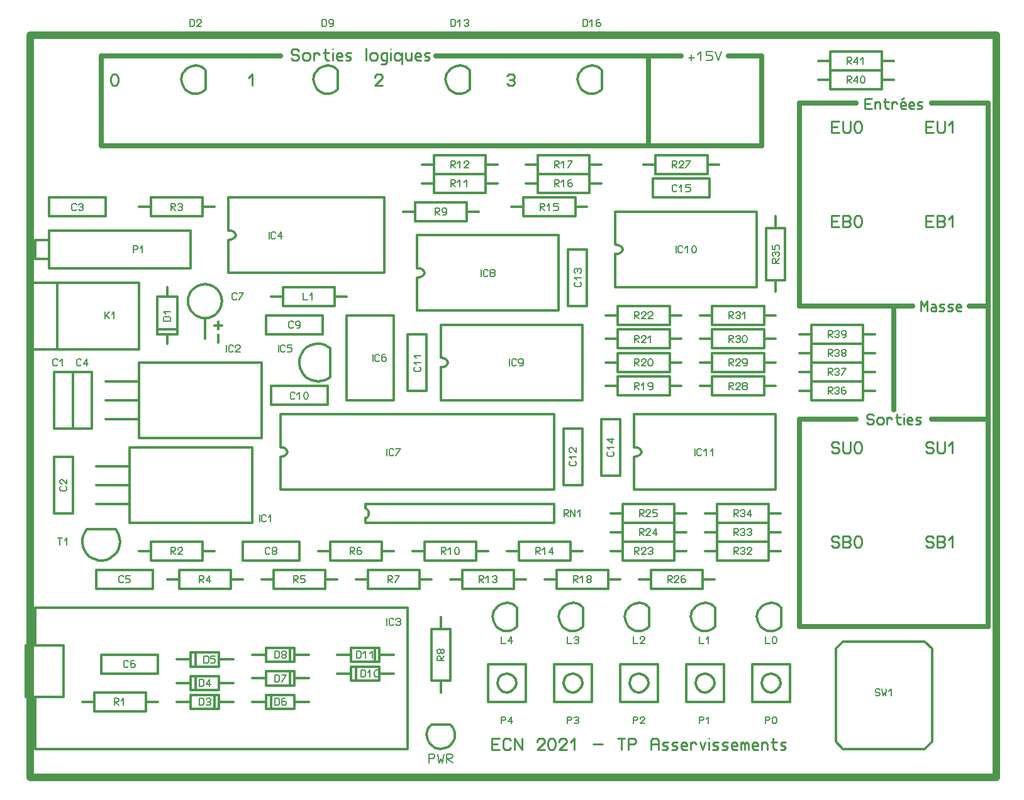
<source format=gto>
%FSLAX24Y24*%
%MOIN*%
%ADD10C,0.0060*%
%ADD11C,0.0079*%
%ADD12C,0.0089*%
%ADD13C,0.0099*%
%ADD14C,0.0139*%
%ADD15C,0.0250*%
%ADD16C,0.0394*%
D10*
G01X14011Y20130D02*
X13952Y20071D01*
X13952Y20071D02*
X13833Y20071D01*
X13833Y20071D02*
X13773Y20130D01*
X13773Y20130D02*
X13773Y20369D01*
X13773Y20369D02*
X13833Y20428D01*
X13833Y20428D02*
X13952Y20428D01*
X13952Y20428D02*
X14011Y20369D01*
X14250Y20071D02*
X14250Y20428D01*
X14250Y20428D02*
X14130Y20309D01*
X14547Y20071D02*
X14488Y20190D01*
X14488Y20190D02*
X14488Y20309D01*
X14488Y20309D02*
X14547Y20428D01*
X14547Y20428D02*
X14666Y20428D01*
X14666Y20428D02*
X14726Y20309D01*
X14726Y20309D02*
X14726Y20190D01*
X14726Y20190D02*
X14666Y20071D01*
X14666Y20071D02*
X14547Y20071D01*
X13142Y22571D02*
X13142Y22928D01*
X13500Y22630D02*
X13440Y22571D01*
X13440Y22571D02*
X13321Y22571D01*
X13321Y22571D02*
X13261Y22630D01*
X13261Y22630D02*
X13261Y22869D01*
X13261Y22869D02*
X13321Y22928D01*
X13321Y22928D02*
X13440Y22928D01*
X13440Y22928D02*
X13500Y22869D01*
X13619Y22928D02*
X13857Y22928D01*
X13619Y22928D02*
X13619Y22779D01*
X13619Y22779D02*
X13797Y22779D01*
X13797Y22779D02*
X13857Y22720D01*
X13857Y22720D02*
X13857Y22630D01*
X13857Y22630D02*
X13797Y22571D01*
X13797Y22571D02*
X13619Y22571D01*
X7452Y11821D02*
X7452Y12178D01*
X7452Y12178D02*
X7630Y12178D01*
X7630Y12178D02*
X7690Y12119D01*
X7690Y12119D02*
X7690Y12059D01*
X7690Y12059D02*
X7630Y12000D01*
X7630Y12000D02*
X7452Y12000D01*
X7452Y12000D02*
X7690Y11821D01*
X7809Y12059D02*
X7809Y12119D01*
X7809Y12119D02*
X7869Y12178D01*
X7869Y12178D02*
X7988Y12178D01*
X7988Y12178D02*
X8047Y12119D01*
X8047Y12119D02*
X8047Y12059D01*
X8047Y12059D02*
X7809Y11821D01*
X7809Y11821D02*
X8047Y11821D01*
X39678Y27273D02*
X39321Y27273D01*
X39321Y27273D02*
X39321Y27452D01*
X39321Y27452D02*
X39380Y27511D01*
X39380Y27511D02*
X39440Y27511D01*
X39440Y27511D02*
X39500Y27452D01*
X39500Y27452D02*
X39500Y27273D01*
X39500Y27273D02*
X39678Y27511D01*
X39380Y27630D02*
X39321Y27690D01*
X39321Y27690D02*
X39321Y27809D01*
X39321Y27809D02*
X39380Y27869D01*
X39380Y27869D02*
X39440Y27869D01*
X39440Y27869D02*
X39500Y27809D01*
X39500Y27809D02*
X39500Y27720D01*
X39500Y27809D02*
X39559Y27869D01*
X39559Y27869D02*
X39619Y27869D01*
X39619Y27869D02*
X39678Y27809D01*
X39678Y27809D02*
X39678Y27690D01*
X39678Y27690D02*
X39619Y27630D01*
X39321Y27988D02*
X39321Y28226D01*
X39321Y27988D02*
X39470Y27988D01*
X39470Y27988D02*
X39470Y28166D01*
X39470Y28166D02*
X39529Y28226D01*
X39529Y28226D02*
X39619Y28226D01*
X39619Y28226D02*
X39678Y28166D01*
X39678Y28166D02*
X39678Y27988D01*
X34261Y31130D02*
X34202Y31071D01*
X34202Y31071D02*
X34083Y31071D01*
X34083Y31071D02*
X34023Y31130D01*
X34023Y31130D02*
X34023Y31369D01*
X34023Y31369D02*
X34083Y31428D01*
X34083Y31428D02*
X34202Y31428D01*
X34202Y31428D02*
X34261Y31369D01*
X34500Y31071D02*
X34500Y31428D01*
X34500Y31428D02*
X34380Y31309D01*
X34738Y31428D02*
X34976Y31428D01*
X34738Y31428D02*
X34738Y31279D01*
X34738Y31279D02*
X34916Y31279D01*
X34916Y31279D02*
X34976Y31220D01*
X34976Y31220D02*
X34976Y31130D01*
X34976Y31130D02*
X34916Y31071D01*
X34916Y31071D02*
X34738Y31071D01*
X23773Y10321D02*
X23773Y10678D01*
X23773Y10678D02*
X23952Y10678D01*
X23952Y10678D02*
X24011Y10619D01*
X24011Y10619D02*
X24011Y10559D01*
X24011Y10559D02*
X23952Y10500D01*
X23952Y10500D02*
X23773Y10500D01*
X23773Y10500D02*
X24011Y10321D01*
X24250Y10321D02*
X24250Y10678D01*
X24250Y10678D02*
X24130Y10559D01*
X24488Y10619D02*
X24547Y10678D01*
X24547Y10678D02*
X24666Y10678D01*
X24666Y10678D02*
X24726Y10619D01*
X24726Y10619D02*
X24726Y10559D01*
X24726Y10559D02*
X24666Y10500D01*
X24666Y10500D02*
X24577Y10500D01*
X24666Y10500D02*
X24726Y10440D01*
X24726Y10440D02*
X24726Y10380D01*
X24726Y10380D02*
X24666Y10321D01*
X24666Y10321D02*
X24547Y10321D01*
X24547Y10321D02*
X24488Y10380D01*
X5452Y27821D02*
X5452Y28178D01*
X5452Y28178D02*
X5630Y28178D01*
X5630Y28178D02*
X5690Y28119D01*
X5690Y28119D02*
X5690Y28059D01*
X5690Y28059D02*
X5630Y28000D01*
X5630Y28000D02*
X5452Y28000D01*
X5928Y27821D02*
X5928Y28178D01*
X5928Y28178D02*
X5809Y28059D01*
X13952Y10321D02*
X13952Y10678D01*
X13952Y10678D02*
X14130Y10678D01*
X14130Y10678D02*
X14190Y10619D01*
X14190Y10619D02*
X14190Y10559D01*
X14190Y10559D02*
X14130Y10500D01*
X14130Y10500D02*
X13952Y10500D01*
X13952Y10500D02*
X14190Y10321D01*
X14309Y10678D02*
X14547Y10678D01*
X14309Y10678D02*
X14309Y10529D01*
X14309Y10529D02*
X14488Y10529D01*
X14488Y10529D02*
X14547Y10470D01*
X14547Y10470D02*
X14547Y10380D01*
X14547Y10380D02*
X14488Y10321D01*
X14488Y10321D02*
X14309Y10321D01*
X12690Y11880D02*
X12630Y11821D01*
X12630Y11821D02*
X12511Y11821D01*
X12511Y11821D02*
X12452Y11880D01*
X12452Y11880D02*
X12452Y12119D01*
X12452Y12119D02*
X12511Y12178D01*
X12511Y12178D02*
X12630Y12178D01*
X12630Y12178D02*
X12690Y12119D01*
X12869Y11821D02*
X12809Y11880D01*
X12809Y11880D02*
X12809Y11940D01*
X12809Y11940D02*
X12869Y12000D01*
X12869Y12000D02*
X12988Y12000D01*
X12988Y12000D02*
X13047Y12059D01*
X13047Y12059D02*
X13047Y12119D01*
X13047Y12119D02*
X12988Y12178D01*
X12988Y12178D02*
X12869Y12178D01*
X12869Y12178D02*
X12809Y12119D01*
X12809Y12119D02*
X12809Y12059D01*
X12809Y12059D02*
X12869Y12000D01*
X12988Y12000D02*
X13047Y11940D01*
X13047Y11940D02*
X13047Y11880D01*
X13047Y11880D02*
X12988Y11821D01*
X12988Y11821D02*
X12869Y11821D01*
X27023Y30071D02*
X27023Y30428D01*
X27023Y30428D02*
X27202Y30428D01*
X27202Y30428D02*
X27261Y30369D01*
X27261Y30369D02*
X27261Y30309D01*
X27261Y30309D02*
X27202Y30250D01*
X27202Y30250D02*
X27023Y30250D01*
X27023Y30250D02*
X27261Y30071D01*
X27500Y30071D02*
X27500Y30428D01*
X27500Y30428D02*
X27380Y30309D01*
X27738Y30428D02*
X27976Y30428D01*
X27738Y30428D02*
X27738Y30279D01*
X27738Y30279D02*
X27916Y30279D01*
X27916Y30279D02*
X27976Y30220D01*
X27976Y30220D02*
X27976Y30130D01*
X27976Y30130D02*
X27916Y30071D01*
X27916Y30071D02*
X27738Y30071D01*
X32023Y23071D02*
X32023Y23428D01*
X32023Y23428D02*
X32202Y23428D01*
X32202Y23428D02*
X32261Y23369D01*
X32261Y23369D02*
X32261Y23309D01*
X32261Y23309D02*
X32202Y23250D01*
X32202Y23250D02*
X32023Y23250D01*
X32023Y23250D02*
X32261Y23071D01*
X32380Y23309D02*
X32380Y23369D01*
X32380Y23369D02*
X32440Y23428D01*
X32440Y23428D02*
X32559Y23428D01*
X32559Y23428D02*
X32619Y23369D01*
X32619Y23369D02*
X32619Y23309D01*
X32619Y23309D02*
X32380Y23071D01*
X32380Y23071D02*
X32619Y23071D01*
X32857Y23071D02*
X32857Y23428D01*
X32857Y23428D02*
X32738Y23309D01*
X43273Y36821D02*
X43273Y37178D01*
X43273Y37178D02*
X43452Y37178D01*
X43452Y37178D02*
X43511Y37119D01*
X43511Y37119D02*
X43511Y37059D01*
X43511Y37059D02*
X43452Y37000D01*
X43452Y37000D02*
X43273Y37000D01*
X43273Y37000D02*
X43511Y36821D01*
X43809Y36821D02*
X43809Y37178D01*
X43809Y37178D02*
X43630Y36940D01*
X43630Y36940D02*
X43869Y36940D01*
X44047Y36821D02*
X43988Y36940D01*
X43988Y36940D02*
X43988Y37059D01*
X43988Y37059D02*
X44047Y37178D01*
X44047Y37178D02*
X44166Y37178D01*
X44166Y37178D02*
X44226Y37059D01*
X44226Y37059D02*
X44226Y36940D01*
X44226Y36940D02*
X44166Y36821D01*
X44166Y36821D02*
X44047Y36821D01*
X1869Y15440D02*
X1928Y15380D01*
X1928Y15380D02*
X1928Y15261D01*
X1928Y15261D02*
X1869Y15202D01*
X1869Y15202D02*
X1630Y15202D01*
X1630Y15202D02*
X1571Y15261D01*
X1571Y15261D02*
X1571Y15380D01*
X1571Y15380D02*
X1630Y15440D01*
X1690Y15559D02*
X1630Y15559D01*
X1630Y15559D02*
X1571Y15619D01*
X1571Y15619D02*
X1571Y15738D01*
X1571Y15738D02*
X1630Y15797D01*
X1630Y15797D02*
X1690Y15797D01*
X1690Y15797D02*
X1928Y15559D01*
X1928Y15559D02*
X1928Y15797D01*
X2690Y21880D02*
X2630Y21821D01*
X2630Y21821D02*
X2511Y21821D01*
X2511Y21821D02*
X2452Y21880D01*
X2452Y21880D02*
X2452Y22119D01*
X2452Y22119D02*
X2511Y22178D01*
X2511Y22178D02*
X2630Y22178D01*
X2630Y22178D02*
X2690Y22119D01*
X2988Y21821D02*
X2988Y22178D01*
X2988Y22178D02*
X2809Y21940D01*
X2809Y21940D02*
X3047Y21940D01*
X18952Y10321D02*
X18952Y10678D01*
X18952Y10678D02*
X19130Y10678D01*
X19130Y10678D02*
X19190Y10619D01*
X19190Y10619D02*
X19190Y10559D01*
X19190Y10559D02*
X19130Y10500D01*
X19130Y10500D02*
X18952Y10500D01*
X18952Y10500D02*
X19190Y10321D01*
X19309Y10678D02*
X19547Y10678D01*
X19547Y10678D02*
X19309Y10321D01*
X16952Y11821D02*
X16952Y12178D01*
X16952Y12178D02*
X17130Y12178D01*
X17130Y12178D02*
X17190Y12119D01*
X17190Y12119D02*
X17190Y12059D01*
X17190Y12059D02*
X17130Y12000D01*
X17130Y12000D02*
X16952Y12000D01*
X16952Y12000D02*
X17190Y11821D01*
X17488Y12178D02*
X17369Y12178D01*
X17369Y12178D02*
X17309Y12119D01*
X17309Y12119D02*
X17309Y11880D01*
X17309Y11880D02*
X17369Y11821D01*
X17369Y11821D02*
X17488Y11821D01*
X17488Y11821D02*
X17547Y11880D01*
X17547Y11880D02*
X17547Y11970D01*
X17547Y11970D02*
X17488Y12029D01*
X17488Y12029D02*
X17369Y12029D01*
X17369Y12029D02*
X17309Y11970D01*
X5190Y5880D02*
X5130Y5821D01*
X5130Y5821D02*
X5011Y5821D01*
X5011Y5821D02*
X4952Y5880D01*
X4952Y5880D02*
X4952Y6119D01*
X4952Y6119D02*
X5011Y6178D01*
X5011Y6178D02*
X5130Y6178D01*
X5130Y6178D02*
X5190Y6119D01*
X5488Y6178D02*
X5369Y6178D01*
X5369Y6178D02*
X5309Y6119D01*
X5309Y6119D02*
X5309Y5880D01*
X5309Y5880D02*
X5369Y5821D01*
X5369Y5821D02*
X5488Y5821D01*
X5488Y5821D02*
X5547Y5880D01*
X5547Y5880D02*
X5547Y5970D01*
X5547Y5970D02*
X5488Y6029D01*
X5488Y6029D02*
X5369Y6029D01*
X5369Y6029D02*
X5309Y5970D01*
X32273Y12821D02*
X32273Y13178D01*
X32273Y13178D02*
X32452Y13178D01*
X32452Y13178D02*
X32511Y13119D01*
X32511Y13119D02*
X32511Y13059D01*
X32511Y13059D02*
X32452Y13000D01*
X32452Y13000D02*
X32273Y13000D01*
X32273Y13000D02*
X32511Y12821D01*
X32630Y13059D02*
X32630Y13119D01*
X32630Y13119D02*
X32690Y13178D01*
X32690Y13178D02*
X32809Y13178D01*
X32809Y13178D02*
X32869Y13119D01*
X32869Y13119D02*
X32869Y13059D01*
X32869Y13059D02*
X32630Y12821D01*
X32630Y12821D02*
X32869Y12821D01*
X33166Y12821D02*
X33166Y13178D01*
X33166Y13178D02*
X32988Y12940D01*
X32988Y12940D02*
X33226Y12940D01*
X22273Y31321D02*
X22273Y31678D01*
X22273Y31678D02*
X22452Y31678D01*
X22452Y31678D02*
X22511Y31619D01*
X22511Y31619D02*
X22511Y31559D01*
X22511Y31559D02*
X22452Y31500D01*
X22452Y31500D02*
X22273Y31500D01*
X22273Y31500D02*
X22511Y31321D01*
X22750Y31321D02*
X22750Y31678D01*
X22750Y31678D02*
X22630Y31559D01*
X23107Y31321D02*
X23107Y31678D01*
X23107Y31678D02*
X22988Y31559D01*
X1440Y21880D02*
X1380Y21821D01*
X1380Y21821D02*
X1261Y21821D01*
X1261Y21821D02*
X1202Y21880D01*
X1202Y21880D02*
X1202Y22119D01*
X1202Y22119D02*
X1261Y22178D01*
X1261Y22178D02*
X1380Y22178D01*
X1380Y22178D02*
X1440Y22119D01*
X1678Y21821D02*
X1678Y22178D01*
X1678Y22178D02*
X1559Y22059D01*
X21928Y6202D02*
X21571Y6202D01*
X21571Y6202D02*
X21571Y6380D01*
X21571Y6380D02*
X21630Y6440D01*
X21630Y6440D02*
X21690Y6440D01*
X21690Y6440D02*
X21750Y6380D01*
X21750Y6380D02*
X21750Y6202D01*
X21750Y6202D02*
X21928Y6440D01*
X21928Y6619D02*
X21869Y6559D01*
X21869Y6559D02*
X21809Y6559D01*
X21809Y6559D02*
X21750Y6619D01*
X21750Y6619D02*
X21750Y6738D01*
X21750Y6738D02*
X21690Y6797D01*
X21690Y6797D02*
X21630Y6797D01*
X21630Y6797D02*
X21571Y6738D01*
X21571Y6738D02*
X21571Y6619D01*
X21571Y6619D02*
X21630Y6559D01*
X21630Y6559D02*
X21690Y6559D01*
X21690Y6559D02*
X21750Y6619D01*
X21750Y6738D02*
X21809Y6797D01*
X21809Y6797D02*
X21869Y6797D01*
X21869Y6797D02*
X21928Y6738D01*
X21928Y6738D02*
X21928Y6619D01*
X2440Y30130D02*
X2380Y30071D01*
X2380Y30071D02*
X2261Y30071D01*
X2261Y30071D02*
X2202Y30130D01*
X2202Y30130D02*
X2202Y30369D01*
X2202Y30369D02*
X2261Y30428D01*
X2261Y30428D02*
X2380Y30428D01*
X2380Y30428D02*
X2440Y30369D01*
X2559Y30369D02*
X2619Y30428D01*
X2619Y30428D02*
X2738Y30428D01*
X2738Y30428D02*
X2797Y30369D01*
X2797Y30369D02*
X2797Y30309D01*
X2797Y30309D02*
X2738Y30250D01*
X2738Y30250D02*
X2648Y30250D01*
X2738Y30250D02*
X2797Y30190D01*
X2797Y30190D02*
X2797Y30130D01*
X2797Y30130D02*
X2738Y30071D01*
X2738Y30071D02*
X2619Y30071D01*
X2619Y30071D02*
X2559Y30130D01*
X17273Y6321D02*
X17273Y6678D01*
X17273Y6678D02*
X17452Y6678D01*
X17452Y6678D02*
X17511Y6619D01*
X17511Y6619D02*
X17511Y6380D01*
X17511Y6380D02*
X17452Y6321D01*
X17452Y6321D02*
X17273Y6321D01*
X17750Y6321D02*
X17750Y6678D01*
X17750Y6678D02*
X17630Y6559D01*
X18107Y6321D02*
X18107Y6678D01*
X18107Y6678D02*
X17988Y6559D01*
X44773Y4380D02*
X44833Y4321D01*
X44833Y4321D02*
X44952Y4321D01*
X44952Y4321D02*
X45011Y4380D01*
X45011Y4380D02*
X45011Y4440D01*
X45011Y4440D02*
X44952Y4500D01*
X44952Y4500D02*
X44833Y4500D01*
X44952Y4678D02*
X45011Y4619D01*
X44833Y4678D02*
X44952Y4678D01*
X44773Y4619D02*
X44833Y4678D01*
X44773Y4559D02*
X44773Y4619D01*
X44833Y4500D02*
X44773Y4559D01*
X45130Y4678D02*
X45190Y4321D01*
X45190Y4321D02*
X45250Y4500D01*
X45250Y4500D02*
X45309Y4321D01*
X45309Y4321D02*
X45369Y4678D01*
X45607Y4321D02*
X45607Y4678D01*
X45607Y4678D02*
X45488Y4559D01*
X43273Y37821D02*
X43273Y38178D01*
X43273Y38178D02*
X43452Y38178D01*
X43452Y38178D02*
X43511Y38119D01*
X43511Y38119D02*
X43511Y38059D01*
X43511Y38059D02*
X43452Y38000D01*
X43452Y38000D02*
X43273Y38000D01*
X43273Y38000D02*
X43511Y37821D01*
X43809Y37821D02*
X43809Y38178D01*
X43809Y38178D02*
X43630Y37940D01*
X43630Y37940D02*
X43869Y37940D01*
X44107Y37821D02*
X44107Y38178D01*
X44107Y38178D02*
X43988Y38059D01*
X10392Y22571D02*
X10392Y22928D01*
X10750Y22630D02*
X10690Y22571D01*
X10690Y22571D02*
X10571Y22571D01*
X10571Y22571D02*
X10511Y22630D01*
X10511Y22630D02*
X10511Y22869D01*
X10511Y22869D02*
X10571Y22928D01*
X10571Y22928D02*
X10690Y22928D01*
X10690Y22928D02*
X10750Y22869D01*
X10869Y22809D02*
X10869Y22869D01*
X10869Y22869D02*
X10928Y22928D01*
X10928Y22928D02*
X11047Y22928D01*
X11047Y22928D02*
X11107Y22869D01*
X11107Y22869D02*
X11107Y22809D01*
X11107Y22809D02*
X10869Y22571D01*
X10869Y22571D02*
X11107Y22571D01*
X7428Y24202D02*
X7071Y24202D01*
X7071Y24202D02*
X7071Y24380D01*
X7071Y24380D02*
X7130Y24440D01*
X7130Y24440D02*
X7369Y24440D01*
X7369Y24440D02*
X7428Y24380D01*
X7428Y24380D02*
X7428Y24202D01*
X7428Y24678D02*
X7071Y24678D01*
X7071Y24678D02*
X7190Y24559D01*
X14452Y25678D02*
X14452Y25321D01*
X14452Y25321D02*
X14690Y25321D01*
X14928Y25321D02*
X14928Y25678D01*
X14928Y25678D02*
X14809Y25559D01*
X32273Y13821D02*
X32273Y14178D01*
X32273Y14178D02*
X32452Y14178D01*
X32452Y14178D02*
X32511Y14119D01*
X32511Y14119D02*
X32511Y14059D01*
X32511Y14059D02*
X32452Y14000D01*
X32452Y14000D02*
X32273Y14000D01*
X32273Y14000D02*
X32511Y13821D01*
X32630Y14059D02*
X32630Y14119D01*
X32630Y14119D02*
X32690Y14178D01*
X32690Y14178D02*
X32809Y14178D01*
X32809Y14178D02*
X32869Y14119D01*
X32869Y14119D02*
X32869Y14059D01*
X32869Y14059D02*
X32630Y13821D01*
X32630Y13821D02*
X32869Y13821D01*
X32988Y14178D02*
X33226Y14178D01*
X32988Y14178D02*
X32988Y14029D01*
X32988Y14029D02*
X33166Y14029D01*
X33166Y14029D02*
X33226Y13970D01*
X33226Y13970D02*
X33226Y13880D01*
X33226Y13880D02*
X33166Y13821D01*
X33166Y13821D02*
X32988Y13821D01*
X4452Y3821D02*
X4452Y4178D01*
X4452Y4178D02*
X4630Y4178D01*
X4630Y4178D02*
X4690Y4119D01*
X4690Y4119D02*
X4690Y4059D01*
X4690Y4059D02*
X4630Y4000D01*
X4630Y4000D02*
X4452Y4000D01*
X4452Y4000D02*
X4690Y3821D01*
X4928Y3821D02*
X4928Y4178D01*
X4928Y4178D02*
X4809Y4059D01*
X34023Y32321D02*
X34023Y32678D01*
X34023Y32678D02*
X34202Y32678D01*
X34202Y32678D02*
X34261Y32619D01*
X34261Y32619D02*
X34261Y32559D01*
X34261Y32559D02*
X34202Y32500D01*
X34202Y32500D02*
X34023Y32500D01*
X34023Y32500D02*
X34261Y32321D01*
X34380Y32559D02*
X34380Y32619D01*
X34380Y32619D02*
X34440Y32678D01*
X34440Y32678D02*
X34559Y32678D01*
X34559Y32678D02*
X34619Y32619D01*
X34619Y32619D02*
X34619Y32559D01*
X34619Y32559D02*
X34380Y32321D01*
X34380Y32321D02*
X34619Y32321D01*
X34738Y32678D02*
X34976Y32678D01*
X34976Y32678D02*
X34738Y32321D01*
X8952Y10321D02*
X8952Y10678D01*
X8952Y10678D02*
X9130Y10678D01*
X9130Y10678D02*
X9190Y10619D01*
X9190Y10619D02*
X9190Y10559D01*
X9190Y10559D02*
X9130Y10500D01*
X9130Y10500D02*
X8952Y10500D01*
X8952Y10500D02*
X9190Y10321D01*
X9488Y10321D02*
X9488Y10678D01*
X9488Y10678D02*
X9309Y10440D01*
X9309Y10440D02*
X9547Y10440D01*
X32023Y21821D02*
X32023Y22178D01*
X32023Y22178D02*
X32202Y22178D01*
X32202Y22178D02*
X32261Y22119D01*
X32261Y22119D02*
X32261Y22059D01*
X32261Y22059D02*
X32202Y22000D01*
X32202Y22000D02*
X32023Y22000D01*
X32023Y22000D02*
X32261Y21821D01*
X32380Y22059D02*
X32380Y22119D01*
X32380Y22119D02*
X32440Y22178D01*
X32440Y22178D02*
X32559Y22178D01*
X32559Y22178D02*
X32619Y22119D01*
X32619Y22119D02*
X32619Y22059D01*
X32619Y22059D02*
X32380Y21821D01*
X32380Y21821D02*
X32619Y21821D01*
X32797Y21821D02*
X32738Y21940D01*
X32738Y21940D02*
X32738Y22059D01*
X32738Y22059D02*
X32797Y22178D01*
X32797Y22178D02*
X32916Y22178D01*
X32916Y22178D02*
X32976Y22059D01*
X32976Y22059D02*
X32976Y21940D01*
X32976Y21940D02*
X32916Y21821D01*
X32916Y21821D02*
X32797Y21821D01*
X4940Y10380D02*
X4880Y10321D01*
X4880Y10321D02*
X4761Y10321D01*
X4761Y10321D02*
X4702Y10380D01*
X4702Y10380D02*
X4702Y10619D01*
X4702Y10619D02*
X4761Y10678D01*
X4761Y10678D02*
X4880Y10678D01*
X4880Y10678D02*
X4940Y10619D01*
X5059Y10678D02*
X5297Y10678D01*
X5059Y10678D02*
X5059Y10529D01*
X5059Y10529D02*
X5238Y10529D01*
X5238Y10529D02*
X5297Y10470D01*
X5297Y10470D02*
X5297Y10380D01*
X5297Y10380D02*
X5238Y10321D01*
X5238Y10321D02*
X5059Y10321D01*
X33773Y10321D02*
X33773Y10678D01*
X33773Y10678D02*
X33952Y10678D01*
X33952Y10678D02*
X34011Y10619D01*
X34011Y10619D02*
X34011Y10559D01*
X34011Y10559D02*
X33952Y10500D01*
X33952Y10500D02*
X33773Y10500D01*
X33773Y10500D02*
X34011Y10321D01*
X34130Y10559D02*
X34130Y10619D01*
X34130Y10619D02*
X34190Y10678D01*
X34190Y10678D02*
X34309Y10678D01*
X34309Y10678D02*
X34369Y10619D01*
X34369Y10619D02*
X34369Y10559D01*
X34369Y10559D02*
X34130Y10321D01*
X34130Y10321D02*
X34369Y10321D01*
X34666Y10678D02*
X34547Y10678D01*
X34547Y10678D02*
X34488Y10619D01*
X34488Y10619D02*
X34488Y10380D01*
X34488Y10380D02*
X34547Y10321D01*
X34547Y10321D02*
X34666Y10321D01*
X34666Y10321D02*
X34726Y10380D01*
X34726Y10380D02*
X34726Y10470D01*
X34726Y10470D02*
X34666Y10529D01*
X34666Y10529D02*
X34547Y10529D01*
X34547Y10529D02*
X34488Y10470D01*
X21773Y11821D02*
X21773Y12178D01*
X21773Y12178D02*
X21952Y12178D01*
X21952Y12178D02*
X22011Y12119D01*
X22011Y12119D02*
X22011Y12059D01*
X22011Y12059D02*
X21952Y12000D01*
X21952Y12000D02*
X21773Y12000D01*
X21773Y12000D02*
X22011Y11821D01*
X22250Y11821D02*
X22250Y12178D01*
X22250Y12178D02*
X22130Y12059D01*
X22547Y11821D02*
X22488Y11940D01*
X22488Y11940D02*
X22488Y12059D01*
X22488Y12059D02*
X22547Y12178D01*
X22547Y12178D02*
X22666Y12178D01*
X22666Y12178D02*
X22726Y12059D01*
X22726Y12059D02*
X22726Y11940D01*
X22726Y11940D02*
X22666Y11821D01*
X22666Y11821D02*
X22547Y11821D01*
X26773Y11821D02*
X26773Y12178D01*
X26773Y12178D02*
X26952Y12178D01*
X26952Y12178D02*
X27011Y12119D01*
X27011Y12119D02*
X27011Y12059D01*
X27011Y12059D02*
X26952Y12000D01*
X26952Y12000D02*
X26773Y12000D01*
X26773Y12000D02*
X27011Y11821D01*
X27250Y11821D02*
X27250Y12178D01*
X27250Y12178D02*
X27130Y12059D01*
X27666Y11821D02*
X27666Y12178D01*
X27666Y12178D02*
X27488Y11940D01*
X27488Y11940D02*
X27726Y11940D01*
X17523Y5321D02*
X17523Y5678D01*
X17523Y5678D02*
X17702Y5678D01*
X17702Y5678D02*
X17761Y5619D01*
X17761Y5619D02*
X17761Y5380D01*
X17761Y5380D02*
X17702Y5321D01*
X17702Y5321D02*
X17523Y5321D01*
X18000Y5321D02*
X18000Y5678D01*
X18000Y5678D02*
X17880Y5559D01*
X18297Y5321D02*
X18238Y5440D01*
X18238Y5440D02*
X18238Y5559D01*
X18238Y5559D02*
X18297Y5678D01*
X18297Y5678D02*
X18416Y5678D01*
X18416Y5678D02*
X18476Y5559D01*
X18476Y5559D02*
X18476Y5440D01*
X18476Y5440D02*
X18416Y5321D01*
X18416Y5321D02*
X18297Y5321D01*
X28773Y10321D02*
X28773Y10678D01*
X28773Y10678D02*
X28952Y10678D01*
X28952Y10678D02*
X29011Y10619D01*
X29011Y10619D02*
X29011Y10559D01*
X29011Y10559D02*
X28952Y10500D01*
X28952Y10500D02*
X28773Y10500D01*
X28773Y10500D02*
X29011Y10321D01*
X29250Y10321D02*
X29250Y10678D01*
X29250Y10678D02*
X29130Y10559D01*
X29547Y10321D02*
X29488Y10380D01*
X29488Y10380D02*
X29488Y10440D01*
X29488Y10440D02*
X29547Y10500D01*
X29547Y10500D02*
X29666Y10500D01*
X29666Y10500D02*
X29726Y10559D01*
X29726Y10559D02*
X29726Y10619D01*
X29726Y10619D02*
X29666Y10678D01*
X29666Y10678D02*
X29547Y10678D01*
X29547Y10678D02*
X29488Y10619D01*
X29488Y10619D02*
X29488Y10559D01*
X29488Y10559D02*
X29547Y10500D01*
X29666Y10500D02*
X29726Y10440D01*
X29726Y10440D02*
X29726Y10380D01*
X29726Y10380D02*
X29666Y10321D01*
X29666Y10321D02*
X29547Y10321D01*
X28273Y13821D02*
X28273Y14178D01*
X28273Y14178D02*
X28452Y14178D01*
X28452Y14178D02*
X28511Y14119D01*
X28511Y14119D02*
X28511Y14059D01*
X28511Y14059D02*
X28452Y14000D01*
X28452Y14000D02*
X28273Y14000D01*
X28273Y14000D02*
X28511Y13821D01*
X28630Y13821D02*
X28630Y14178D01*
X28630Y14178D02*
X28869Y13821D01*
X28869Y13821D02*
X28869Y14178D01*
X29107Y13821D02*
X29107Y14178D01*
X29107Y14178D02*
X28988Y14059D01*
X12142Y13571D02*
X12142Y13928D01*
X12500Y13630D02*
X12440Y13571D01*
X12440Y13571D02*
X12321Y13571D01*
X12321Y13571D02*
X12261Y13630D01*
X12261Y13630D02*
X12261Y13869D01*
X12261Y13869D02*
X12321Y13928D01*
X12321Y13928D02*
X12440Y13928D01*
X12440Y13928D02*
X12500Y13869D01*
X12738Y13571D02*
X12738Y13928D01*
X12738Y13928D02*
X12619Y13809D01*
X3952Y24321D02*
X3952Y24678D01*
X3952Y24440D02*
X4190Y24678D01*
X4011Y24500D02*
X4190Y24321D01*
X4428Y24321D02*
X4428Y24678D01*
X4428Y24678D02*
X4309Y24559D01*
X18142Y22071D02*
X18142Y22428D01*
X18500Y22130D02*
X18440Y22071D01*
X18440Y22071D02*
X18321Y22071D01*
X18321Y22071D02*
X18261Y22130D01*
X18261Y22130D02*
X18261Y22369D01*
X18261Y22369D02*
X18321Y22428D01*
X18321Y22428D02*
X18440Y22428D01*
X18440Y22428D02*
X18500Y22369D01*
X18797Y22428D02*
X18678Y22428D01*
X18678Y22428D02*
X18619Y22369D01*
X18619Y22369D02*
X18619Y22130D01*
X18619Y22130D02*
X18678Y22071D01*
X18678Y22071D02*
X18797Y22071D01*
X18797Y22071D02*
X18857Y22130D01*
X18857Y22130D02*
X18857Y22220D01*
X18857Y22220D02*
X18797Y22279D01*
X18797Y22279D02*
X18678Y22279D01*
X18678Y22279D02*
X18619Y22220D01*
X10940Y25380D02*
X10880Y25321D01*
X10880Y25321D02*
X10761Y25321D01*
X10761Y25321D02*
X10702Y25380D01*
X10702Y25380D02*
X10702Y25619D01*
X10702Y25619D02*
X10761Y25678D01*
X10761Y25678D02*
X10880Y25678D01*
X10880Y25678D02*
X10940Y25619D01*
X11059Y25678D02*
X11297Y25678D01*
X11297Y25678D02*
X11059Y25321D01*
X34214Y27821D02*
X34214Y28178D01*
X34571Y27880D02*
X34511Y27821D01*
X34511Y27821D02*
X34392Y27821D01*
X34392Y27821D02*
X34333Y27880D01*
X34333Y27880D02*
X34333Y28119D01*
X34333Y28119D02*
X34392Y28178D01*
X34392Y28178D02*
X34511Y28178D01*
X34511Y28178D02*
X34571Y28119D01*
X34809Y27821D02*
X34809Y28178D01*
X34809Y28178D02*
X34690Y28059D01*
X35107Y27821D02*
X35047Y27940D01*
X35047Y27940D02*
X35047Y28059D01*
X35047Y28059D02*
X35107Y28178D01*
X35107Y28178D02*
X35226Y28178D01*
X35226Y28178D02*
X35285Y28059D01*
X35285Y28059D02*
X35285Y27940D01*
X35285Y27940D02*
X35226Y27821D01*
X35226Y27821D02*
X35107Y27821D01*
X32023Y24321D02*
X32023Y24678D01*
X32023Y24678D02*
X32202Y24678D01*
X32202Y24678D02*
X32261Y24619D01*
X32261Y24619D02*
X32261Y24559D01*
X32261Y24559D02*
X32202Y24500D01*
X32202Y24500D02*
X32023Y24500D01*
X32023Y24500D02*
X32261Y24321D01*
X32380Y24559D02*
X32380Y24619D01*
X32380Y24619D02*
X32440Y24678D01*
X32440Y24678D02*
X32559Y24678D01*
X32559Y24678D02*
X32619Y24619D01*
X32619Y24619D02*
X32619Y24559D01*
X32619Y24559D02*
X32380Y24321D01*
X32380Y24321D02*
X32619Y24321D01*
X32738Y24559D02*
X32738Y24619D01*
X32738Y24619D02*
X32797Y24678D01*
X32797Y24678D02*
X32916Y24678D01*
X32916Y24678D02*
X32976Y24619D01*
X32976Y24619D02*
X32976Y24559D01*
X32976Y24559D02*
X32738Y24321D01*
X32738Y24321D02*
X32976Y24321D01*
X27773Y31321D02*
X27773Y31678D01*
X27773Y31678D02*
X27952Y31678D01*
X27952Y31678D02*
X28011Y31619D01*
X28011Y31619D02*
X28011Y31559D01*
X28011Y31559D02*
X27952Y31500D01*
X27952Y31500D02*
X27773Y31500D01*
X27773Y31500D02*
X28011Y31321D01*
X28250Y31321D02*
X28250Y31678D01*
X28250Y31678D02*
X28130Y31559D01*
X28666Y31678D02*
X28547Y31678D01*
X28547Y31678D02*
X28488Y31619D01*
X28488Y31619D02*
X28488Y31380D01*
X28488Y31380D02*
X28547Y31321D01*
X28547Y31321D02*
X28666Y31321D01*
X28666Y31321D02*
X28726Y31380D01*
X28726Y31380D02*
X28726Y31470D01*
X28726Y31470D02*
X28666Y31529D01*
X28666Y31529D02*
X28547Y31529D01*
X28547Y31529D02*
X28488Y31470D01*
X32023Y20571D02*
X32023Y20928D01*
X32023Y20928D02*
X32202Y20928D01*
X32202Y20928D02*
X32261Y20869D01*
X32261Y20869D02*
X32261Y20809D01*
X32261Y20809D02*
X32202Y20750D01*
X32202Y20750D02*
X32023Y20750D01*
X32023Y20750D02*
X32261Y20571D01*
X32500Y20571D02*
X32500Y20928D01*
X32500Y20928D02*
X32380Y20809D01*
X32797Y20571D02*
X32916Y20571D01*
X32916Y20571D02*
X32976Y20630D01*
X32976Y20630D02*
X32976Y20869D01*
X32976Y20869D02*
X32916Y20928D01*
X32916Y20928D02*
X32797Y20928D01*
X32797Y20928D02*
X32738Y20869D01*
X32738Y20869D02*
X32738Y20779D01*
X32738Y20779D02*
X32797Y20720D01*
X32797Y20720D02*
X32916Y20720D01*
X32916Y20720D02*
X32976Y20779D01*
X30869Y17261D02*
X30928Y17202D01*
X30928Y17202D02*
X30928Y17083D01*
X30928Y17083D02*
X30869Y17023D01*
X30869Y17023D02*
X30630Y17023D01*
X30630Y17023D02*
X30571Y17083D01*
X30571Y17083D02*
X30571Y17202D01*
X30571Y17202D02*
X30630Y17261D01*
X30928Y17500D02*
X30571Y17500D01*
X30571Y17500D02*
X30690Y17380D01*
X30928Y17916D02*
X30571Y17916D01*
X30571Y17916D02*
X30809Y17738D01*
X30809Y17738D02*
X30809Y17976D01*
X18892Y8071D02*
X18892Y8428D01*
X19250Y8130D02*
X19190Y8071D01*
X19190Y8071D02*
X19071Y8071D01*
X19071Y8071D02*
X19011Y8130D01*
X19011Y8130D02*
X19011Y8369D01*
X19011Y8369D02*
X19071Y8428D01*
X19071Y8428D02*
X19190Y8428D01*
X19190Y8428D02*
X19250Y8369D01*
X19369Y8369D02*
X19428Y8428D01*
X19428Y8428D02*
X19547Y8428D01*
X19547Y8428D02*
X19607Y8369D01*
X19607Y8369D02*
X19607Y8309D01*
X19607Y8309D02*
X19547Y8250D01*
X19547Y8250D02*
X19458Y8250D01*
X19547Y8250D02*
X19607Y8190D01*
X19607Y8190D02*
X19607Y8130D01*
X19607Y8130D02*
X19547Y8071D01*
X19547Y8071D02*
X19428Y8071D01*
X19428Y8071D02*
X19369Y8130D01*
X18892Y17071D02*
X18892Y17428D01*
X19250Y17130D02*
X19190Y17071D01*
X19190Y17071D02*
X19071Y17071D01*
X19071Y17071D02*
X19011Y17130D01*
X19011Y17130D02*
X19011Y17369D01*
X19011Y17369D02*
X19071Y17428D01*
X19071Y17428D02*
X19190Y17428D01*
X19190Y17428D02*
X19250Y17369D01*
X19369Y17428D02*
X19607Y17428D01*
X19607Y17428D02*
X19369Y17071D01*
X37273Y12821D02*
X37273Y13178D01*
X37273Y13178D02*
X37452Y13178D01*
X37452Y13178D02*
X37511Y13119D01*
X37511Y13119D02*
X37511Y13059D01*
X37511Y13059D02*
X37452Y13000D01*
X37452Y13000D02*
X37273Y13000D01*
X37273Y13000D02*
X37511Y12821D01*
X37630Y13119D02*
X37690Y13178D01*
X37690Y13178D02*
X37809Y13178D01*
X37809Y13178D02*
X37869Y13119D01*
X37869Y13119D02*
X37869Y13059D01*
X37869Y13059D02*
X37809Y13000D01*
X37809Y13000D02*
X37720Y13000D01*
X37809Y13000D02*
X37869Y12940D01*
X37869Y12940D02*
X37869Y12880D01*
X37869Y12880D02*
X37809Y12821D01*
X37809Y12821D02*
X37690Y12821D01*
X37690Y12821D02*
X37630Y12880D01*
X37988Y13119D02*
X38047Y13178D01*
X38047Y13178D02*
X38166Y13178D01*
X38166Y13178D02*
X38226Y13119D01*
X38226Y13119D02*
X38226Y13059D01*
X38226Y13059D02*
X38166Y13000D01*
X38166Y13000D02*
X38077Y13000D01*
X38166Y13000D02*
X38226Y12940D01*
X38226Y12940D02*
X38226Y12880D01*
X38226Y12880D02*
X38166Y12821D01*
X38166Y12821D02*
X38047Y12821D01*
X38047Y12821D02*
X37988Y12880D01*
X42273Y20321D02*
X42273Y20678D01*
X42273Y20678D02*
X42452Y20678D01*
X42452Y20678D02*
X42511Y20619D01*
X42511Y20619D02*
X42511Y20559D01*
X42511Y20559D02*
X42452Y20500D01*
X42452Y20500D02*
X42273Y20500D01*
X42273Y20500D02*
X42511Y20321D01*
X42630Y20619D02*
X42690Y20678D01*
X42690Y20678D02*
X42809Y20678D01*
X42809Y20678D02*
X42869Y20619D01*
X42869Y20619D02*
X42869Y20559D01*
X42869Y20559D02*
X42809Y20500D01*
X42809Y20500D02*
X42720Y20500D01*
X42809Y20500D02*
X42869Y20440D01*
X42869Y20440D02*
X42869Y20380D01*
X42869Y20380D02*
X42809Y20321D01*
X42809Y20321D02*
X42690Y20321D01*
X42690Y20321D02*
X42630Y20380D01*
X43166Y20678D02*
X43047Y20678D01*
X43047Y20678D02*
X42988Y20619D01*
X42988Y20619D02*
X42988Y20380D01*
X42988Y20380D02*
X43047Y20321D01*
X43047Y20321D02*
X43166Y20321D01*
X43166Y20321D02*
X43226Y20380D01*
X43226Y20380D02*
X43226Y20470D01*
X43226Y20470D02*
X43166Y20529D01*
X43166Y20529D02*
X43047Y20529D01*
X43047Y20529D02*
X42988Y20470D01*
X42273Y21321D02*
X42273Y21678D01*
X42273Y21678D02*
X42452Y21678D01*
X42452Y21678D02*
X42511Y21619D01*
X42511Y21619D02*
X42511Y21559D01*
X42511Y21559D02*
X42452Y21500D01*
X42452Y21500D02*
X42273Y21500D01*
X42273Y21500D02*
X42511Y21321D01*
X42630Y21619D02*
X42690Y21678D01*
X42690Y21678D02*
X42809Y21678D01*
X42809Y21678D02*
X42869Y21619D01*
X42869Y21619D02*
X42869Y21559D01*
X42869Y21559D02*
X42809Y21500D01*
X42809Y21500D02*
X42720Y21500D01*
X42809Y21500D02*
X42869Y21440D01*
X42869Y21440D02*
X42869Y21380D01*
X42869Y21380D02*
X42809Y21321D01*
X42809Y21321D02*
X42690Y21321D01*
X42690Y21321D02*
X42630Y21380D01*
X42988Y21678D02*
X43226Y21678D01*
X43226Y21678D02*
X42988Y21321D01*
X37023Y21821D02*
X37023Y22178D01*
X37023Y22178D02*
X37202Y22178D01*
X37202Y22178D02*
X37261Y22119D01*
X37261Y22119D02*
X37261Y22059D01*
X37261Y22059D02*
X37202Y22000D01*
X37202Y22000D02*
X37023Y22000D01*
X37023Y22000D02*
X37261Y21821D01*
X37380Y22059D02*
X37380Y22119D01*
X37380Y22119D02*
X37440Y22178D01*
X37440Y22178D02*
X37559Y22178D01*
X37559Y22178D02*
X37619Y22119D01*
X37619Y22119D02*
X37619Y22059D01*
X37619Y22059D02*
X37380Y21821D01*
X37380Y21821D02*
X37619Y21821D01*
X37797Y21821D02*
X37916Y21821D01*
X37916Y21821D02*
X37976Y21880D01*
X37976Y21880D02*
X37976Y22119D01*
X37976Y22119D02*
X37916Y22178D01*
X37916Y22178D02*
X37797Y22178D01*
X37797Y22178D02*
X37738Y22119D01*
X37738Y22119D02*
X37738Y22029D01*
X37738Y22029D02*
X37797Y21970D01*
X37797Y21970D02*
X37916Y21970D01*
X37916Y21970D02*
X37976Y22029D01*
X1571Y12321D02*
X1571Y12678D01*
X1452Y12678D02*
X1690Y12678D01*
X1928Y12321D02*
X1928Y12678D01*
X1928Y12678D02*
X1809Y12559D01*
X8452Y39821D02*
X8452Y40178D01*
X8452Y40178D02*
X8630Y40178D01*
X8630Y40178D02*
X8690Y40119D01*
X8690Y40119D02*
X8690Y39880D01*
X8690Y39880D02*
X8630Y39821D01*
X8630Y39821D02*
X8452Y39821D01*
X8809Y40059D02*
X8809Y40119D01*
X8809Y40119D02*
X8869Y40178D01*
X8869Y40178D02*
X8988Y40178D01*
X8988Y40178D02*
X9047Y40119D01*
X9047Y40119D02*
X9047Y40059D01*
X9047Y40059D02*
X8809Y39821D01*
X8809Y39821D02*
X9047Y39821D01*
X15452Y39821D02*
X15452Y40178D01*
X15452Y40178D02*
X15630Y40178D01*
X15630Y40178D02*
X15690Y40119D01*
X15690Y40119D02*
X15690Y39880D01*
X15690Y39880D02*
X15630Y39821D01*
X15630Y39821D02*
X15452Y39821D01*
X15869Y39821D02*
X15988Y39821D01*
X15988Y39821D02*
X16047Y39880D01*
X16047Y39880D02*
X16047Y40119D01*
X16047Y40119D02*
X15988Y40178D01*
X15988Y40178D02*
X15869Y40178D01*
X15869Y40178D02*
X15809Y40119D01*
X15809Y40119D02*
X15809Y40029D01*
X15809Y40029D02*
X15869Y39970D01*
X15869Y39970D02*
X15988Y39970D01*
X15988Y39970D02*
X16047Y40029D01*
X22273Y39821D02*
X22273Y40178D01*
X22273Y40178D02*
X22452Y40178D01*
X22452Y40178D02*
X22511Y40119D01*
X22511Y40119D02*
X22511Y39880D01*
X22511Y39880D02*
X22452Y39821D01*
X22452Y39821D02*
X22273Y39821D01*
X22750Y39821D02*
X22750Y40178D01*
X22750Y40178D02*
X22630Y40059D01*
X22988Y40119D02*
X23047Y40178D01*
X23047Y40178D02*
X23166Y40178D01*
X23166Y40178D02*
X23226Y40119D01*
X23226Y40119D02*
X23226Y40059D01*
X23226Y40059D02*
X23166Y40000D01*
X23166Y40000D02*
X23077Y40000D01*
X23166Y40000D02*
X23226Y39940D01*
X23226Y39940D02*
X23226Y39880D01*
X23226Y39880D02*
X23166Y39821D01*
X23166Y39821D02*
X23047Y39821D01*
X23047Y39821D02*
X22988Y39880D01*
X29273Y39821D02*
X29273Y40178D01*
X29273Y40178D02*
X29452Y40178D01*
X29452Y40178D02*
X29511Y40119D01*
X29511Y40119D02*
X29511Y39880D01*
X29511Y39880D02*
X29452Y39821D01*
X29452Y39821D02*
X29273Y39821D01*
X29750Y39821D02*
X29750Y40178D01*
X29750Y40178D02*
X29630Y40059D01*
X30166Y40178D02*
X30047Y40178D01*
X30047Y40178D02*
X29988Y40119D01*
X29988Y40119D02*
X29988Y39880D01*
X29988Y39880D02*
X30047Y39821D01*
X30047Y39821D02*
X30166Y39821D01*
X30166Y39821D02*
X30226Y39880D01*
X30226Y39880D02*
X30226Y39970D01*
X30226Y39970D02*
X30166Y40029D01*
X30166Y40029D02*
X30047Y40029D01*
X30047Y40029D02*
X29988Y39970D01*
X22273Y32321D02*
X22273Y32678D01*
X22273Y32678D02*
X22452Y32678D01*
X22452Y32678D02*
X22511Y32619D01*
X22511Y32619D02*
X22511Y32559D01*
X22511Y32559D02*
X22452Y32500D01*
X22452Y32500D02*
X22273Y32500D01*
X22273Y32500D02*
X22511Y32321D01*
X22750Y32321D02*
X22750Y32678D01*
X22750Y32678D02*
X22630Y32559D01*
X22988Y32559D02*
X22988Y32619D01*
X22988Y32619D02*
X23047Y32678D01*
X23047Y32678D02*
X23166Y32678D01*
X23166Y32678D02*
X23226Y32619D01*
X23226Y32619D02*
X23226Y32559D01*
X23226Y32559D02*
X22988Y32321D01*
X22988Y32321D02*
X23226Y32321D01*
X7452Y30071D02*
X7452Y30428D01*
X7452Y30428D02*
X7630Y30428D01*
X7630Y30428D02*
X7690Y30369D01*
X7690Y30369D02*
X7690Y30309D01*
X7690Y30309D02*
X7630Y30250D01*
X7630Y30250D02*
X7452Y30250D01*
X7452Y30250D02*
X7690Y30071D01*
X7809Y30369D02*
X7869Y30428D01*
X7869Y30428D02*
X7988Y30428D01*
X7988Y30428D02*
X8047Y30369D01*
X8047Y30369D02*
X8047Y30309D01*
X8047Y30309D02*
X7988Y30250D01*
X7988Y30250D02*
X7898Y30250D01*
X7988Y30250D02*
X8047Y30190D01*
X8047Y30190D02*
X8047Y30130D01*
X8047Y30130D02*
X7988Y30071D01*
X7988Y30071D02*
X7869Y30071D01*
X7869Y30071D02*
X7809Y30130D01*
X21452Y29821D02*
X21452Y30178D01*
X21452Y30178D02*
X21630Y30178D01*
X21630Y30178D02*
X21690Y30119D01*
X21690Y30119D02*
X21690Y30059D01*
X21690Y30059D02*
X21630Y30000D01*
X21630Y30000D02*
X21452Y30000D01*
X21452Y30000D02*
X21690Y29821D01*
X21869Y29821D02*
X21988Y29821D01*
X21988Y29821D02*
X22047Y29880D01*
X22047Y29880D02*
X22047Y30119D01*
X22047Y30119D02*
X21988Y30178D01*
X21988Y30178D02*
X21869Y30178D01*
X21869Y30178D02*
X21809Y30119D01*
X21809Y30119D02*
X21809Y30029D01*
X21809Y30029D02*
X21869Y29970D01*
X21869Y29970D02*
X21988Y29970D01*
X21988Y29970D02*
X22047Y30029D01*
X27773Y32321D02*
X27773Y32678D01*
X27773Y32678D02*
X27952Y32678D01*
X27952Y32678D02*
X28011Y32619D01*
X28011Y32619D02*
X28011Y32559D01*
X28011Y32559D02*
X27952Y32500D01*
X27952Y32500D02*
X27773Y32500D01*
X27773Y32500D02*
X28011Y32321D01*
X28250Y32321D02*
X28250Y32678D01*
X28250Y32678D02*
X28130Y32559D01*
X28488Y32678D02*
X28726Y32678D01*
X28726Y32678D02*
X28488Y32321D01*
X12642Y28571D02*
X12642Y28928D01*
X13000Y28630D02*
X12940Y28571D01*
X12940Y28571D02*
X12821Y28571D01*
X12821Y28571D02*
X12761Y28630D01*
X12761Y28630D02*
X12761Y28869D01*
X12761Y28869D02*
X12821Y28928D01*
X12821Y28928D02*
X12940Y28928D01*
X12940Y28928D02*
X13000Y28869D01*
X13297Y28571D02*
X13297Y28928D01*
X13297Y28928D02*
X13119Y28690D01*
X13119Y28690D02*
X13357Y28690D01*
X35214Y17071D02*
X35214Y17428D01*
X35571Y17130D02*
X35511Y17071D01*
X35511Y17071D02*
X35392Y17071D01*
X35392Y17071D02*
X35333Y17130D01*
X35333Y17130D02*
X35333Y17369D01*
X35333Y17369D02*
X35392Y17428D01*
X35392Y17428D02*
X35511Y17428D01*
X35511Y17428D02*
X35571Y17369D01*
X35809Y17071D02*
X35809Y17428D01*
X35809Y17428D02*
X35690Y17309D01*
X36166Y17071D02*
X36166Y17428D01*
X36166Y17428D02*
X36047Y17309D01*
X23892Y26571D02*
X23892Y26928D01*
X24250Y26630D02*
X24190Y26571D01*
X24190Y26571D02*
X24071Y26571D01*
X24071Y26571D02*
X24011Y26630D01*
X24011Y26630D02*
X24011Y26869D01*
X24011Y26869D02*
X24071Y26928D01*
X24071Y26928D02*
X24190Y26928D01*
X24190Y26928D02*
X24250Y26869D01*
X24428Y26571D02*
X24369Y26630D01*
X24369Y26630D02*
X24369Y26690D01*
X24369Y26690D02*
X24428Y26750D01*
X24428Y26750D02*
X24547Y26750D01*
X24547Y26750D02*
X24607Y26809D01*
X24607Y26809D02*
X24607Y26869D01*
X24607Y26869D02*
X24547Y26928D01*
X24547Y26928D02*
X24428Y26928D01*
X24428Y26928D02*
X24369Y26869D01*
X24369Y26869D02*
X24369Y26809D01*
X24369Y26809D02*
X24428Y26750D01*
X24547Y26750D02*
X24607Y26690D01*
X24607Y26690D02*
X24607Y26630D01*
X24607Y26630D02*
X24547Y26571D01*
X24547Y26571D02*
X24428Y26571D01*
X9202Y6071D02*
X9202Y6428D01*
X9202Y6428D02*
X9380Y6428D01*
X9380Y6428D02*
X9440Y6369D01*
X9440Y6369D02*
X9440Y6130D01*
X9440Y6130D02*
X9380Y6071D01*
X9380Y6071D02*
X9202Y6071D01*
X9559Y6428D02*
X9797Y6428D01*
X9559Y6428D02*
X9559Y6279D01*
X9559Y6279D02*
X9738Y6279D01*
X9738Y6279D02*
X9797Y6220D01*
X9797Y6220D02*
X9797Y6130D01*
X9797Y6130D02*
X9738Y6071D01*
X9738Y6071D02*
X9559Y6071D01*
X12952Y6321D02*
X12952Y6678D01*
X12952Y6678D02*
X13130Y6678D01*
X13130Y6678D02*
X13190Y6619D01*
X13190Y6619D02*
X13190Y6380D01*
X13190Y6380D02*
X13130Y6321D01*
X13130Y6321D02*
X12952Y6321D01*
X13369Y6321D02*
X13309Y6380D01*
X13309Y6380D02*
X13309Y6440D01*
X13309Y6440D02*
X13369Y6500D01*
X13369Y6500D02*
X13488Y6500D01*
X13488Y6500D02*
X13547Y6559D01*
X13547Y6559D02*
X13547Y6619D01*
X13547Y6619D02*
X13488Y6678D01*
X13488Y6678D02*
X13369Y6678D01*
X13369Y6678D02*
X13309Y6619D01*
X13309Y6619D02*
X13309Y6559D01*
X13309Y6559D02*
X13369Y6500D01*
X13488Y6500D02*
X13547Y6440D01*
X13547Y6440D02*
X13547Y6380D01*
X13547Y6380D02*
X13488Y6321D01*
X13488Y6321D02*
X13369Y6321D01*
X12952Y5071D02*
X12952Y5428D01*
X12952Y5428D02*
X13130Y5428D01*
X13130Y5428D02*
X13190Y5369D01*
X13190Y5369D02*
X13190Y5130D01*
X13190Y5130D02*
X13130Y5071D01*
X13130Y5071D02*
X12952Y5071D01*
X13309Y5428D02*
X13547Y5428D01*
X13547Y5428D02*
X13309Y5071D01*
X12952Y3821D02*
X12952Y4178D01*
X12952Y4178D02*
X13130Y4178D01*
X13130Y4178D02*
X13190Y4119D01*
X13190Y4119D02*
X13190Y3880D01*
X13190Y3880D02*
X13130Y3821D01*
X13130Y3821D02*
X12952Y3821D01*
X13488Y4178D02*
X13369Y4178D01*
X13369Y4178D02*
X13309Y4119D01*
X13309Y4119D02*
X13309Y3880D01*
X13309Y3880D02*
X13369Y3821D01*
X13369Y3821D02*
X13488Y3821D01*
X13488Y3821D02*
X13547Y3880D01*
X13547Y3880D02*
X13547Y3970D01*
X13547Y3970D02*
X13488Y4029D01*
X13488Y4029D02*
X13369Y4029D01*
X13369Y4029D02*
X13309Y3970D01*
X37023Y24321D02*
X37023Y24678D01*
X37023Y24678D02*
X37202Y24678D01*
X37202Y24678D02*
X37261Y24619D01*
X37261Y24619D02*
X37261Y24559D01*
X37261Y24559D02*
X37202Y24500D01*
X37202Y24500D02*
X37023Y24500D01*
X37023Y24500D02*
X37261Y24321D01*
X37380Y24619D02*
X37440Y24678D01*
X37440Y24678D02*
X37559Y24678D01*
X37559Y24678D02*
X37619Y24619D01*
X37619Y24619D02*
X37619Y24559D01*
X37619Y24559D02*
X37559Y24500D01*
X37559Y24500D02*
X37470Y24500D01*
X37559Y24500D02*
X37619Y24440D01*
X37619Y24440D02*
X37619Y24380D01*
X37619Y24380D02*
X37559Y24321D01*
X37559Y24321D02*
X37440Y24321D01*
X37440Y24321D02*
X37380Y24380D01*
X37857Y24321D02*
X37857Y24678D01*
X37857Y24678D02*
X37738Y24559D01*
X37273Y11821D02*
X37273Y12178D01*
X37273Y12178D02*
X37452Y12178D01*
X37452Y12178D02*
X37511Y12119D01*
X37511Y12119D02*
X37511Y12059D01*
X37511Y12059D02*
X37452Y12000D01*
X37452Y12000D02*
X37273Y12000D01*
X37273Y12000D02*
X37511Y11821D01*
X37630Y12119D02*
X37690Y12178D01*
X37690Y12178D02*
X37809Y12178D01*
X37809Y12178D02*
X37869Y12119D01*
X37869Y12119D02*
X37869Y12059D01*
X37869Y12059D02*
X37809Y12000D01*
X37809Y12000D02*
X37720Y12000D01*
X37809Y12000D02*
X37869Y11940D01*
X37869Y11940D02*
X37869Y11880D01*
X37869Y11880D02*
X37809Y11821D01*
X37809Y11821D02*
X37690Y11821D01*
X37690Y11821D02*
X37630Y11880D01*
X37988Y12059D02*
X37988Y12119D01*
X37988Y12119D02*
X38047Y12178D01*
X38047Y12178D02*
X38166Y12178D01*
X38166Y12178D02*
X38226Y12119D01*
X38226Y12119D02*
X38226Y12059D01*
X38226Y12059D02*
X37988Y11821D01*
X37988Y11821D02*
X38226Y11821D01*
X42273Y23321D02*
X42273Y23678D01*
X42273Y23678D02*
X42452Y23678D01*
X42452Y23678D02*
X42511Y23619D01*
X42511Y23619D02*
X42511Y23559D01*
X42511Y23559D02*
X42452Y23500D01*
X42452Y23500D02*
X42273Y23500D01*
X42273Y23500D02*
X42511Y23321D01*
X42630Y23619D02*
X42690Y23678D01*
X42690Y23678D02*
X42809Y23678D01*
X42809Y23678D02*
X42869Y23619D01*
X42869Y23619D02*
X42869Y23559D01*
X42869Y23559D02*
X42809Y23500D01*
X42809Y23500D02*
X42720Y23500D01*
X42809Y23500D02*
X42869Y23440D01*
X42869Y23440D02*
X42869Y23380D01*
X42869Y23380D02*
X42809Y23321D01*
X42809Y23321D02*
X42690Y23321D01*
X42690Y23321D02*
X42630Y23380D01*
X43047Y23321D02*
X43166Y23321D01*
X43166Y23321D02*
X43226Y23380D01*
X43226Y23380D02*
X43226Y23619D01*
X43226Y23619D02*
X43166Y23678D01*
X43166Y23678D02*
X43047Y23678D01*
X43047Y23678D02*
X42988Y23619D01*
X42988Y23619D02*
X42988Y23529D01*
X42988Y23529D02*
X43047Y23470D01*
X43047Y23470D02*
X43166Y23470D01*
X43166Y23470D02*
X43226Y23529D01*
X42273Y22321D02*
X42273Y22678D01*
X42273Y22678D02*
X42452Y22678D01*
X42452Y22678D02*
X42511Y22619D01*
X42511Y22619D02*
X42511Y22559D01*
X42511Y22559D02*
X42452Y22500D01*
X42452Y22500D02*
X42273Y22500D01*
X42273Y22500D02*
X42511Y22321D01*
X42630Y22619D02*
X42690Y22678D01*
X42690Y22678D02*
X42809Y22678D01*
X42809Y22678D02*
X42869Y22619D01*
X42869Y22619D02*
X42869Y22559D01*
X42869Y22559D02*
X42809Y22500D01*
X42809Y22500D02*
X42720Y22500D01*
X42809Y22500D02*
X42869Y22440D01*
X42869Y22440D02*
X42869Y22380D01*
X42869Y22380D02*
X42809Y22321D01*
X42809Y22321D02*
X42690Y22321D01*
X42690Y22321D02*
X42630Y22380D01*
X43047Y22321D02*
X42988Y22380D01*
X42988Y22380D02*
X42988Y22440D01*
X42988Y22440D02*
X43047Y22500D01*
X43047Y22500D02*
X43166Y22500D01*
X43166Y22500D02*
X43226Y22559D01*
X43226Y22559D02*
X43226Y22619D01*
X43226Y22619D02*
X43166Y22678D01*
X43166Y22678D02*
X43047Y22678D01*
X43047Y22678D02*
X42988Y22619D01*
X42988Y22619D02*
X42988Y22559D01*
X42988Y22559D02*
X43047Y22500D01*
X43166Y22500D02*
X43226Y22440D01*
X43226Y22440D02*
X43226Y22380D01*
X43226Y22380D02*
X43166Y22321D01*
X43166Y22321D02*
X43047Y22321D01*
X25392Y21821D02*
X25392Y22178D01*
X25750Y21880D02*
X25690Y21821D01*
X25690Y21821D02*
X25571Y21821D01*
X25571Y21821D02*
X25511Y21880D01*
X25511Y21880D02*
X25511Y22119D01*
X25511Y22119D02*
X25571Y22178D01*
X25571Y22178D02*
X25690Y22178D01*
X25690Y22178D02*
X25750Y22119D01*
X25928Y21821D02*
X26047Y21821D01*
X26047Y21821D02*
X26107Y21880D01*
X26107Y21880D02*
X26107Y22119D01*
X26107Y22119D02*
X26047Y22178D01*
X26047Y22178D02*
X25928Y22178D01*
X25928Y22178D02*
X25869Y22119D01*
X25869Y22119D02*
X25869Y22029D01*
X25869Y22029D02*
X25928Y21970D01*
X25928Y21970D02*
X26047Y21970D01*
X26047Y21970D02*
X26107Y22029D01*
X8952Y4821D02*
X8952Y5178D01*
X8952Y5178D02*
X9130Y5178D01*
X9130Y5178D02*
X9190Y5119D01*
X9190Y5119D02*
X9190Y4880D01*
X9190Y4880D02*
X9130Y4821D01*
X9130Y4821D02*
X8952Y4821D01*
X9488Y4821D02*
X9488Y5178D01*
X9488Y5178D02*
X9309Y4940D01*
X9309Y4940D02*
X9547Y4940D01*
X8952Y3821D02*
X8952Y4178D01*
X8952Y4178D02*
X9130Y4178D01*
X9130Y4178D02*
X9190Y4119D01*
X9190Y4119D02*
X9190Y3880D01*
X9190Y3880D02*
X9130Y3821D01*
X9130Y3821D02*
X8952Y3821D01*
X9309Y4119D02*
X9369Y4178D01*
X9369Y4178D02*
X9488Y4178D01*
X9488Y4178D02*
X9547Y4119D01*
X9547Y4119D02*
X9547Y4059D01*
X9547Y4059D02*
X9488Y4000D01*
X9488Y4000D02*
X9398Y4000D01*
X9488Y4000D02*
X9547Y3940D01*
X9547Y3940D02*
X9547Y3880D01*
X9547Y3880D02*
X9488Y3821D01*
X9488Y3821D02*
X9369Y3821D01*
X9369Y3821D02*
X9309Y3880D01*
X37023Y20571D02*
X37023Y20928D01*
X37023Y20928D02*
X37202Y20928D01*
X37202Y20928D02*
X37261Y20869D01*
X37261Y20869D02*
X37261Y20809D01*
X37261Y20809D02*
X37202Y20750D01*
X37202Y20750D02*
X37023Y20750D01*
X37023Y20750D02*
X37261Y20571D01*
X37380Y20809D02*
X37380Y20869D01*
X37380Y20869D02*
X37440Y20928D01*
X37440Y20928D02*
X37559Y20928D01*
X37559Y20928D02*
X37619Y20869D01*
X37619Y20869D02*
X37619Y20809D01*
X37619Y20809D02*
X37380Y20571D01*
X37380Y20571D02*
X37619Y20571D01*
X37797Y20571D02*
X37738Y20630D01*
X37738Y20630D02*
X37738Y20690D01*
X37738Y20690D02*
X37797Y20750D01*
X37797Y20750D02*
X37916Y20750D01*
X37916Y20750D02*
X37976Y20809D01*
X37976Y20809D02*
X37976Y20869D01*
X37976Y20869D02*
X37916Y20928D01*
X37916Y20928D02*
X37797Y20928D01*
X37797Y20928D02*
X37738Y20869D01*
X37738Y20869D02*
X37738Y20809D01*
X37738Y20809D02*
X37797Y20750D01*
X37916Y20750D02*
X37976Y20690D01*
X37976Y20690D02*
X37976Y20630D01*
X37976Y20630D02*
X37916Y20571D01*
X37916Y20571D02*
X37797Y20571D01*
X32023Y11821D02*
X32023Y12178D01*
X32023Y12178D02*
X32202Y12178D01*
X32202Y12178D02*
X32261Y12119D01*
X32261Y12119D02*
X32261Y12059D01*
X32261Y12059D02*
X32202Y12000D01*
X32202Y12000D02*
X32023Y12000D01*
X32023Y12000D02*
X32261Y11821D01*
X32380Y12059D02*
X32380Y12119D01*
X32380Y12119D02*
X32440Y12178D01*
X32440Y12178D02*
X32559Y12178D01*
X32559Y12178D02*
X32619Y12119D01*
X32619Y12119D02*
X32619Y12059D01*
X32619Y12059D02*
X32380Y11821D01*
X32380Y11821D02*
X32619Y11821D01*
X32738Y12119D02*
X32797Y12178D01*
X32797Y12178D02*
X32916Y12178D01*
X32916Y12178D02*
X32976Y12119D01*
X32976Y12119D02*
X32976Y12059D01*
X32976Y12059D02*
X32916Y12000D01*
X32916Y12000D02*
X32827Y12000D01*
X32916Y12000D02*
X32976Y11940D01*
X32976Y11940D02*
X32976Y11880D01*
X32976Y11880D02*
X32916Y11821D01*
X32916Y11821D02*
X32797Y11821D01*
X32797Y11821D02*
X32738Y11880D01*
X37023Y23071D02*
X37023Y23428D01*
X37023Y23428D02*
X37202Y23428D01*
X37202Y23428D02*
X37261Y23369D01*
X37261Y23369D02*
X37261Y23309D01*
X37261Y23309D02*
X37202Y23250D01*
X37202Y23250D02*
X37023Y23250D01*
X37023Y23250D02*
X37261Y23071D01*
X37380Y23369D02*
X37440Y23428D01*
X37440Y23428D02*
X37559Y23428D01*
X37559Y23428D02*
X37619Y23369D01*
X37619Y23369D02*
X37619Y23309D01*
X37619Y23309D02*
X37559Y23250D01*
X37559Y23250D02*
X37470Y23250D01*
X37559Y23250D02*
X37619Y23190D01*
X37619Y23190D02*
X37619Y23130D01*
X37619Y23130D02*
X37559Y23071D01*
X37559Y23071D02*
X37440Y23071D01*
X37440Y23071D02*
X37380Y23130D01*
X37797Y23071D02*
X37738Y23190D01*
X37738Y23190D02*
X37738Y23309D01*
X37738Y23309D02*
X37797Y23428D01*
X37797Y23428D02*
X37916Y23428D01*
X37916Y23428D02*
X37976Y23309D01*
X37976Y23309D02*
X37976Y23190D01*
X37976Y23190D02*
X37916Y23071D01*
X37916Y23071D02*
X37797Y23071D01*
X37273Y13821D02*
X37273Y14178D01*
X37273Y14178D02*
X37452Y14178D01*
X37452Y14178D02*
X37511Y14119D01*
X37511Y14119D02*
X37511Y14059D01*
X37511Y14059D02*
X37452Y14000D01*
X37452Y14000D02*
X37273Y14000D01*
X37273Y14000D02*
X37511Y13821D01*
X37630Y14119D02*
X37690Y14178D01*
X37690Y14178D02*
X37809Y14178D01*
X37809Y14178D02*
X37869Y14119D01*
X37869Y14119D02*
X37869Y14059D01*
X37869Y14059D02*
X37809Y14000D01*
X37809Y14000D02*
X37720Y14000D01*
X37809Y14000D02*
X37869Y13940D01*
X37869Y13940D02*
X37869Y13880D01*
X37869Y13880D02*
X37809Y13821D01*
X37809Y13821D02*
X37690Y13821D01*
X37690Y13821D02*
X37630Y13880D01*
X38166Y13821D02*
X38166Y14178D01*
X38166Y14178D02*
X37988Y13940D01*
X37988Y13940D02*
X38226Y13940D01*
X29119Y26261D02*
X29178Y26202D01*
X29178Y26202D02*
X29178Y26083D01*
X29178Y26083D02*
X29119Y26023D01*
X29119Y26023D02*
X28880Y26023D01*
X28880Y26023D02*
X28821Y26083D01*
X28821Y26083D02*
X28821Y26202D01*
X28821Y26202D02*
X28880Y26261D01*
X29178Y26500D02*
X28821Y26500D01*
X28821Y26500D02*
X28940Y26380D01*
X28880Y26738D02*
X28821Y26797D01*
X28821Y26797D02*
X28821Y26916D01*
X28821Y26916D02*
X28880Y26976D01*
X28880Y26976D02*
X28940Y26976D01*
X28940Y26976D02*
X29000Y26916D01*
X29000Y26916D02*
X29000Y26827D01*
X29000Y26916D02*
X29059Y26976D01*
X29059Y26976D02*
X29119Y26976D01*
X29119Y26976D02*
X29178Y26916D01*
X29178Y26916D02*
X29178Y26797D01*
X29178Y26797D02*
X29119Y26738D01*
X20619Y21761D02*
X20678Y21702D01*
X20678Y21702D02*
X20678Y21583D01*
X20678Y21583D02*
X20619Y21523D01*
X20619Y21523D02*
X20380Y21523D01*
X20380Y21523D02*
X20321Y21583D01*
X20321Y21583D02*
X20321Y21702D01*
X20321Y21702D02*
X20380Y21761D01*
X20678Y22000D02*
X20321Y22000D01*
X20321Y22000D02*
X20440Y21880D01*
X20678Y22357D02*
X20321Y22357D01*
X20321Y22357D02*
X20440Y22238D01*
X28869Y16761D02*
X28928Y16702D01*
X28928Y16702D02*
X28928Y16583D01*
X28928Y16583D02*
X28869Y16523D01*
X28869Y16523D02*
X28630Y16523D01*
X28630Y16523D02*
X28571Y16583D01*
X28571Y16583D02*
X28571Y16702D01*
X28571Y16702D02*
X28630Y16761D01*
X28928Y17000D02*
X28571Y17000D01*
X28571Y17000D02*
X28690Y16880D01*
X28690Y17238D02*
X28630Y17238D01*
X28630Y17238D02*
X28571Y17297D01*
X28571Y17297D02*
X28571Y17416D01*
X28571Y17416D02*
X28630Y17476D01*
X28630Y17476D02*
X28690Y17476D01*
X28690Y17476D02*
X28928Y17238D01*
X28928Y17238D02*
X28928Y17476D01*
X13940Y23880D02*
X13880Y23821D01*
X13880Y23821D02*
X13761Y23821D01*
X13761Y23821D02*
X13702Y23880D01*
X13702Y23880D02*
X13702Y24119D01*
X13702Y24119D02*
X13761Y24178D01*
X13761Y24178D02*
X13880Y24178D01*
X13880Y24178D02*
X13940Y24119D01*
X14119Y23821D02*
X14238Y23821D01*
X14238Y23821D02*
X14297Y23880D01*
X14297Y23880D02*
X14297Y24119D01*
X14297Y24119D02*
X14238Y24178D01*
X14238Y24178D02*
X14119Y24178D01*
X14119Y24178D02*
X14059Y24119D01*
X14059Y24119D02*
X14059Y24029D01*
X14059Y24029D02*
X14119Y23970D01*
X14119Y23970D02*
X14238Y23970D01*
X14238Y23970D02*
X14297Y24029D01*
X31952Y7456D02*
X31952Y7099D01*
X31952Y7099D02*
X32190Y7099D01*
X32309Y7337D02*
X32309Y7396D01*
X32309Y7396D02*
X32369Y7456D01*
X32369Y7456D02*
X32488Y7456D01*
X32488Y7456D02*
X32547Y7396D01*
X32547Y7396D02*
X32547Y7337D01*
X32547Y7337D02*
X32309Y7099D01*
X32309Y7099D02*
X32547Y7099D01*
X31952Y2849D02*
X31952Y3206D01*
X31952Y3206D02*
X32130Y3206D01*
X32130Y3206D02*
X32190Y3146D01*
X32190Y3146D02*
X32190Y3087D01*
X32190Y3087D02*
X32130Y3027D01*
X32130Y3027D02*
X31952Y3027D01*
X32309Y3087D02*
X32309Y3146D01*
X32309Y3146D02*
X32369Y3206D01*
X32369Y3206D02*
X32488Y3206D01*
X32488Y3206D02*
X32547Y3146D01*
X32547Y3146D02*
X32547Y3087D01*
X32547Y3087D02*
X32309Y2849D01*
X32309Y2849D02*
X32547Y2849D01*
X35452Y2849D02*
X35452Y3206D01*
X35452Y3206D02*
X35630Y3206D01*
X35630Y3206D02*
X35690Y3146D01*
X35690Y3146D02*
X35690Y3087D01*
X35690Y3087D02*
X35630Y3027D01*
X35630Y3027D02*
X35452Y3027D01*
X35928Y2849D02*
X35928Y3206D01*
X35928Y3206D02*
X35809Y3087D01*
X24952Y7456D02*
X24952Y7099D01*
X24952Y7099D02*
X25190Y7099D01*
X25488Y7099D02*
X25488Y7456D01*
X25488Y7456D02*
X25309Y7218D01*
X25309Y7218D02*
X25547Y7218D01*
X38952Y2849D02*
X38952Y3206D01*
X38952Y3206D02*
X39130Y3206D01*
X39130Y3206D02*
X39190Y3146D01*
X39190Y3146D02*
X39190Y3087D01*
X39190Y3087D02*
X39130Y3027D01*
X39130Y3027D02*
X38952Y3027D01*
X39369Y2849D02*
X39309Y2968D01*
X39309Y2968D02*
X39309Y3087D01*
X39309Y3087D02*
X39369Y3206D01*
X39369Y3206D02*
X39488Y3206D01*
X39488Y3206D02*
X39547Y3087D01*
X39547Y3087D02*
X39547Y2968D01*
X39547Y2968D02*
X39488Y2849D01*
X39488Y2849D02*
X39369Y2849D01*
X24952Y2849D02*
X24952Y3206D01*
X24952Y3206D02*
X25130Y3206D01*
X25130Y3206D02*
X25190Y3146D01*
X25190Y3146D02*
X25190Y3087D01*
X25190Y3087D02*
X25130Y3027D01*
X25130Y3027D02*
X24952Y3027D01*
X25488Y2849D02*
X25488Y3206D01*
X25488Y3206D02*
X25309Y2968D01*
X25309Y2968D02*
X25547Y2968D01*
X28452Y7456D02*
X28452Y7099D01*
X28452Y7099D02*
X28690Y7099D01*
X28809Y7396D02*
X28869Y7456D01*
X28869Y7456D02*
X28988Y7456D01*
X28988Y7456D02*
X29047Y7396D01*
X29047Y7396D02*
X29047Y7337D01*
X29047Y7337D02*
X28988Y7277D01*
X28988Y7277D02*
X28898Y7277D01*
X28988Y7277D02*
X29047Y7218D01*
X29047Y7218D02*
X29047Y7158D01*
X29047Y7158D02*
X28988Y7099D01*
X28988Y7099D02*
X28869Y7099D01*
X28869Y7099D02*
X28809Y7158D01*
X38952Y7456D02*
X38952Y7099D01*
X38952Y7099D02*
X39190Y7099D01*
X39369Y7099D02*
X39309Y7218D01*
X39309Y7218D02*
X39309Y7337D01*
X39309Y7337D02*
X39369Y7456D01*
X39369Y7456D02*
X39488Y7456D01*
X39488Y7456D02*
X39547Y7337D01*
X39547Y7337D02*
X39547Y7218D01*
X39547Y7218D02*
X39488Y7099D01*
X39488Y7099D02*
X39369Y7099D01*
X35452Y7456D02*
X35452Y7099D01*
X35452Y7099D02*
X35690Y7099D01*
X35928Y7099D02*
X35928Y7456D01*
X35928Y7456D02*
X35809Y7337D01*
X28452Y2849D02*
X28452Y3206D01*
X28452Y3206D02*
X28630Y3206D01*
X28630Y3206D02*
X28690Y3146D01*
X28690Y3146D02*
X28690Y3087D01*
X28690Y3087D02*
X28630Y3027D01*
X28630Y3027D02*
X28452Y3027D01*
X28809Y3146D02*
X28869Y3206D01*
X28869Y3206D02*
X28988Y3206D01*
X28988Y3206D02*
X29047Y3146D01*
X29047Y3146D02*
X29047Y3087D01*
X29047Y3087D02*
X28988Y3027D01*
X28988Y3027D02*
X28898Y3027D01*
X28988Y3027D02*
X29047Y2968D01*
X29047Y2968D02*
X29047Y2908D01*
X29047Y2908D02*
X28988Y2849D01*
X28988Y2849D02*
X28869Y2849D01*
X28869Y2849D02*
X28809Y2908D01*
D11*
G01X21115Y761D02*
X21115Y1238D01*
X21115Y1238D02*
X21353Y1238D01*
X21353Y1238D02*
X21432Y1158D01*
X21432Y1158D02*
X21432Y1079D01*
X21432Y1079D02*
X21353Y1000D01*
X21353Y1000D02*
X21115Y1000D01*
X21591Y1238D02*
X21670Y761D01*
X21670Y761D02*
X21750Y1000D01*
X21750Y1000D02*
X21829Y761D01*
X21829Y761D02*
X21908Y1238D01*
X22067Y761D02*
X22067Y1238D01*
X22067Y1238D02*
X22305Y1238D01*
X22305Y1238D02*
X22384Y1158D01*
X22384Y1158D02*
X22384Y1079D01*
X22384Y1079D02*
X22305Y1000D01*
X22305Y1000D02*
X22067Y1000D01*
X22067Y1000D02*
X22384Y761D01*
X34876Y38170D02*
X35194Y38170D01*
X35035Y38329D02*
X35035Y38011D01*
X35511Y38011D02*
X35511Y38488D01*
X35511Y38488D02*
X35353Y38329D01*
X35829Y38488D02*
X36146Y38488D01*
X35829Y38488D02*
X35829Y38289D01*
X35829Y38289D02*
X36067Y38289D01*
X36067Y38289D02*
X36146Y38210D01*
X36146Y38210D02*
X36146Y38091D01*
X36146Y38091D02*
X36067Y38011D01*
X36067Y38011D02*
X35829Y38011D01*
X36305Y38488D02*
X36464Y38011D01*
X36464Y38011D02*
X36623Y38488D01*
D12*
G01X44232Y35459D02*
X44232Y35995D01*
X44232Y35995D02*
X44589Y35995D01*
X44500Y35727D02*
X44232Y35727D01*
X44232Y35459D02*
X44589Y35459D01*
X44767Y35459D02*
X44767Y35816D01*
X44767Y35727D02*
X44857Y35816D01*
X44857Y35816D02*
X44946Y35816D01*
X45035Y35727D02*
X45035Y35459D01*
X44946Y35816D02*
X45035Y35727D01*
X45214Y35816D02*
X45482Y35816D01*
X45303Y35995D02*
X45303Y35549D01*
X45303Y35549D02*
X45392Y35459D01*
X45392Y35459D02*
X45482Y35459D01*
X45660Y35459D02*
X45660Y35816D01*
X45660Y35727D02*
X45750Y35816D01*
X45750Y35816D02*
X45839Y35816D01*
X45839Y35816D02*
X45928Y35727D01*
X46107Y35638D02*
X46375Y35638D01*
X46375Y35638D02*
X46375Y35727D01*
X46375Y35727D02*
X46285Y35816D01*
X46285Y35816D02*
X46196Y35816D01*
X46196Y35816D02*
X46107Y35727D01*
X46107Y35727D02*
X46107Y35549D01*
X46107Y35549D02*
X46196Y35459D01*
X46196Y35459D02*
X46375Y35459D01*
X46151Y35950D02*
X46285Y36040D01*
X46553Y35638D02*
X46821Y35638D01*
X46821Y35638D02*
X46821Y35727D01*
X46821Y35727D02*
X46732Y35816D01*
X46732Y35816D02*
X46642Y35816D01*
X46642Y35816D02*
X46553Y35727D01*
X46553Y35727D02*
X46553Y35549D01*
X46553Y35549D02*
X46642Y35459D01*
X46642Y35459D02*
X46821Y35459D01*
X47000Y35459D02*
X47178Y35459D01*
X47178Y35459D02*
X47267Y35549D01*
X47267Y35549D02*
X47178Y35638D01*
X47178Y35638D02*
X47089Y35638D01*
X47089Y35638D02*
X47000Y35727D01*
X47000Y35727D02*
X47089Y35816D01*
X47089Y35816D02*
X47267Y35816D01*
X44321Y18821D02*
X44410Y18732D01*
X44410Y18732D02*
X44589Y18732D01*
X44589Y18732D02*
X44678Y18821D01*
X44678Y18821D02*
X44678Y18910D01*
X44678Y18910D02*
X44589Y19000D01*
X44589Y19000D02*
X44410Y19000D01*
X44589Y19267D02*
X44678Y19178D01*
X44410Y19267D02*
X44589Y19267D01*
X44321Y19178D02*
X44410Y19267D01*
X44321Y19089D02*
X44321Y19178D01*
X44410Y19000D02*
X44321Y19089D01*
X44946Y18732D02*
X44857Y18821D01*
X44857Y18821D02*
X44857Y19000D01*
X44857Y19000D02*
X44946Y19089D01*
X44946Y19089D02*
X45125Y19089D01*
X45125Y19089D02*
X45214Y19000D01*
X45214Y19000D02*
X45214Y18821D01*
X45214Y18821D02*
X45125Y18732D01*
X45125Y18732D02*
X44946Y18732D01*
X45392Y18732D02*
X45392Y19089D01*
X45392Y19000D02*
X45482Y19089D01*
X45482Y19089D02*
X45571Y19089D01*
X45571Y19089D02*
X45660Y19000D01*
X45839Y19089D02*
X46107Y19089D01*
X45928Y19267D02*
X45928Y18821D01*
X45928Y18821D02*
X46017Y18732D01*
X46017Y18732D02*
X46107Y18732D01*
X46285Y18732D02*
X46285Y19089D01*
X46285Y19267D02*
X46285Y19267D01*
X46464Y18910D02*
X46732Y18910D01*
X46732Y18910D02*
X46732Y19000D01*
X46732Y19000D02*
X46642Y19089D01*
X46642Y19089D02*
X46553Y19089D01*
X46553Y19089D02*
X46464Y19000D01*
X46464Y19000D02*
X46464Y18821D01*
X46464Y18821D02*
X46553Y18732D01*
X46553Y18732D02*
X46732Y18732D01*
X46910Y18732D02*
X47089Y18732D01*
X47089Y18732D02*
X47178Y18821D01*
X47178Y18821D02*
X47089Y18910D01*
X47089Y18910D02*
X47000Y18910D01*
X47000Y18910D02*
X46910Y19000D01*
X46910Y19000D02*
X47000Y19089D01*
X47000Y19089D02*
X47178Y19089D01*
X47178Y24732D02*
X47178Y25267D01*
X47178Y25267D02*
X47357Y25000D01*
X47357Y25000D02*
X47535Y25267D01*
X47535Y25267D02*
X47535Y24732D01*
X47758Y25089D02*
X47892Y25089D01*
X47892Y25089D02*
X47982Y25000D01*
X47982Y25000D02*
X47982Y24732D01*
X47982Y24732D02*
X47758Y24732D01*
X47758Y24732D02*
X47714Y24821D01*
X47714Y24821D02*
X47758Y24910D01*
X47758Y24910D02*
X47982Y24910D01*
X48160Y24732D02*
X48339Y24732D01*
X48339Y24732D02*
X48428Y24821D01*
X48428Y24821D02*
X48339Y24910D01*
X48339Y24910D02*
X48250Y24910D01*
X48250Y24910D02*
X48160Y25000D01*
X48160Y25000D02*
X48250Y25089D01*
X48250Y25089D02*
X48428Y25089D01*
X48607Y24732D02*
X48785Y24732D01*
X48785Y24732D02*
X48875Y24821D01*
X48875Y24821D02*
X48785Y24910D01*
X48785Y24910D02*
X48696Y24910D01*
X48696Y24910D02*
X48607Y25000D01*
X48607Y25000D02*
X48696Y25089D01*
X48696Y25089D02*
X48875Y25089D01*
X49053Y24910D02*
X49321Y24910D01*
X49321Y24910D02*
X49321Y25000D01*
X49321Y25000D02*
X49232Y25089D01*
X49232Y25089D02*
X49142Y25089D01*
X49142Y25089D02*
X49053Y25000D01*
X49053Y25000D02*
X49053Y24821D01*
X49053Y24821D02*
X49142Y24732D01*
X49142Y24732D02*
X49321Y24732D01*
D13*
G01X42456Y34202D02*
X42456Y34797D01*
X42456Y34797D02*
X42853Y34797D01*
X42753Y34500D02*
X42456Y34500D01*
X42456Y34202D02*
X42853Y34202D01*
X43051Y34797D02*
X43051Y34301D01*
X43051Y34301D02*
X43150Y34202D01*
X43150Y34202D02*
X43349Y34202D01*
X43349Y34202D02*
X43448Y34301D01*
X43448Y34301D02*
X43448Y34797D01*
X43746Y34202D02*
X43646Y34400D01*
X43646Y34400D02*
X43646Y34599D01*
X43646Y34599D02*
X43746Y34797D01*
X43746Y34797D02*
X43944Y34797D01*
X43944Y34797D02*
X44043Y34599D01*
X44043Y34599D02*
X44043Y34400D01*
X44043Y34400D02*
X43944Y34202D01*
X43944Y34202D02*
X43746Y34202D01*
X47456Y34202D02*
X47456Y34797D01*
X47456Y34797D02*
X47853Y34797D01*
X47753Y34500D02*
X47456Y34500D01*
X47456Y34202D02*
X47853Y34202D01*
X48051Y34797D02*
X48051Y34301D01*
X48051Y34301D02*
X48150Y34202D01*
X48150Y34202D02*
X48349Y34202D01*
X48349Y34202D02*
X48448Y34301D01*
X48448Y34301D02*
X48448Y34797D01*
X48845Y34202D02*
X48845Y34797D01*
X48845Y34797D02*
X48646Y34599D01*
X42456Y17301D02*
X42555Y17202D01*
X42555Y17202D02*
X42753Y17202D01*
X42753Y17202D02*
X42853Y17301D01*
X42853Y17301D02*
X42853Y17400D01*
X42853Y17400D02*
X42753Y17500D01*
X42753Y17500D02*
X42555Y17500D01*
X42753Y17797D02*
X42853Y17698D01*
X42555Y17797D02*
X42753Y17797D01*
X42456Y17698D02*
X42555Y17797D01*
X42456Y17599D02*
X42456Y17698D01*
X42555Y17500D02*
X42456Y17599D01*
X43051Y17797D02*
X43051Y17301D01*
X43051Y17301D02*
X43150Y17202D01*
X43150Y17202D02*
X43349Y17202D01*
X43349Y17202D02*
X43448Y17301D01*
X43448Y17301D02*
X43448Y17797D01*
X43746Y17202D02*
X43646Y17400D01*
X43646Y17400D02*
X43646Y17599D01*
X43646Y17599D02*
X43746Y17797D01*
X43746Y17797D02*
X43944Y17797D01*
X43944Y17797D02*
X44043Y17599D01*
X44043Y17599D02*
X44043Y17400D01*
X44043Y17400D02*
X43944Y17202D01*
X43944Y17202D02*
X43746Y17202D01*
X47456Y17301D02*
X47555Y17202D01*
X47555Y17202D02*
X47753Y17202D01*
X47753Y17202D02*
X47853Y17301D01*
X47853Y17301D02*
X47853Y17400D01*
X47853Y17400D02*
X47753Y17500D01*
X47753Y17500D02*
X47555Y17500D01*
X47753Y17797D02*
X47853Y17698D01*
X47555Y17797D02*
X47753Y17797D01*
X47456Y17698D02*
X47555Y17797D01*
X47456Y17599D02*
X47456Y17698D01*
X47555Y17500D02*
X47456Y17599D01*
X48051Y17797D02*
X48051Y17301D01*
X48051Y17301D02*
X48150Y17202D01*
X48150Y17202D02*
X48349Y17202D01*
X48349Y17202D02*
X48448Y17301D01*
X48448Y17301D02*
X48448Y17797D01*
X48845Y17202D02*
X48845Y17797D01*
X48845Y17797D02*
X48646Y17599D01*
X4353Y36702D02*
X4253Y36900D01*
X4253Y36900D02*
X4253Y37099D01*
X4253Y37099D02*
X4353Y37297D01*
X4353Y37297D02*
X4551Y37297D01*
X4551Y37297D02*
X4650Y37099D01*
X4650Y37099D02*
X4650Y36900D01*
X4650Y36900D02*
X4551Y36702D01*
X4551Y36702D02*
X4353Y36702D01*
X11750Y36702D02*
X11750Y37297D01*
X11750Y37297D02*
X11551Y37099D01*
X18253Y37099D02*
X18253Y37198D01*
X18253Y37198D02*
X18353Y37297D01*
X18353Y37297D02*
X18551Y37297D01*
X18551Y37297D02*
X18650Y37198D01*
X18650Y37198D02*
X18650Y37099D01*
X18650Y37099D02*
X18253Y36702D01*
X18253Y36702D02*
X18650Y36702D01*
X25253Y37198D02*
X25353Y37297D01*
X25353Y37297D02*
X25551Y37297D01*
X25551Y37297D02*
X25650Y37198D01*
X25650Y37198D02*
X25650Y37099D01*
X25650Y37099D02*
X25551Y37000D01*
X25551Y37000D02*
X25402Y37000D01*
X25551Y37000D02*
X25650Y36900D01*
X25650Y36900D02*
X25650Y36801D01*
X25650Y36801D02*
X25551Y36702D01*
X25551Y36702D02*
X25353Y36702D01*
X25353Y36702D02*
X25253Y36801D01*
X13829Y38125D02*
X13928Y38026D01*
X13928Y38026D02*
X14126Y38026D01*
X14126Y38026D02*
X14226Y38125D01*
X14226Y38125D02*
X14226Y38225D01*
X14226Y38225D02*
X14126Y38324D01*
X14126Y38324D02*
X13928Y38324D01*
X14126Y38622D02*
X14226Y38522D01*
X13928Y38622D02*
X14126Y38622D01*
X13829Y38522D02*
X13928Y38622D01*
X13829Y38423D02*
X13829Y38522D01*
X13928Y38324D02*
X13829Y38423D01*
X14523Y38026D02*
X14424Y38125D01*
X14424Y38125D02*
X14424Y38324D01*
X14424Y38324D02*
X14523Y38423D01*
X14523Y38423D02*
X14722Y38423D01*
X14722Y38423D02*
X14821Y38324D01*
X14821Y38324D02*
X14821Y38125D01*
X14821Y38125D02*
X14722Y38026D01*
X14722Y38026D02*
X14523Y38026D01*
X15019Y38026D02*
X15019Y38423D01*
X15019Y38324D02*
X15119Y38423D01*
X15119Y38423D02*
X15218Y38423D01*
X15218Y38423D02*
X15317Y38324D01*
X15515Y38423D02*
X15813Y38423D01*
X15615Y38622D02*
X15615Y38125D01*
X15615Y38125D02*
X15714Y38026D01*
X15714Y38026D02*
X15813Y38026D01*
X16011Y38026D02*
X16011Y38423D01*
X16011Y38622D02*
X16011Y38622D01*
X16210Y38225D02*
X16507Y38225D01*
X16507Y38225D02*
X16507Y38324D01*
X16507Y38324D02*
X16408Y38423D01*
X16408Y38423D02*
X16309Y38423D01*
X16309Y38423D02*
X16210Y38324D01*
X16210Y38324D02*
X16210Y38125D01*
X16210Y38125D02*
X16309Y38026D01*
X16309Y38026D02*
X16507Y38026D01*
X16706Y38026D02*
X16904Y38026D01*
X16904Y38026D02*
X17003Y38125D01*
X17003Y38125D02*
X16904Y38225D01*
X16904Y38225D02*
X16805Y38225D01*
X16805Y38225D02*
X16706Y38324D01*
X16706Y38324D02*
X16805Y38423D01*
X16805Y38423D02*
X17003Y38423D01*
X17797Y38026D02*
X17797Y38671D01*
X18095Y38026D02*
X17996Y38125D01*
X17996Y38125D02*
X17996Y38324D01*
X17996Y38324D02*
X18095Y38423D01*
X18095Y38423D02*
X18293Y38423D01*
X18293Y38423D02*
X18392Y38324D01*
X18392Y38324D02*
X18392Y38125D01*
X18392Y38125D02*
X18293Y38026D01*
X18293Y38026D02*
X18095Y38026D01*
X18591Y37828D02*
X18789Y37828D01*
X18789Y37828D02*
X18888Y37927D01*
X18888Y37927D02*
X18888Y38423D01*
X18888Y38423D02*
X18690Y38423D01*
X18690Y38423D02*
X18591Y38324D01*
X18591Y38324D02*
X18591Y38125D01*
X18591Y38125D02*
X18690Y38026D01*
X18690Y38026D02*
X18888Y38026D01*
X19087Y38026D02*
X19087Y38423D01*
X19087Y38622D02*
X19087Y38622D01*
X19682Y37828D02*
X19682Y38423D01*
X19682Y38274D02*
X19533Y38423D01*
X19533Y38423D02*
X19384Y38423D01*
X19384Y38423D02*
X19285Y38324D01*
X19285Y38324D02*
X19285Y38125D01*
X19285Y38125D02*
X19384Y38026D01*
X19384Y38026D02*
X19533Y38026D01*
X19533Y38026D02*
X19682Y38175D01*
X19880Y38423D02*
X19880Y38125D01*
X19880Y38125D02*
X19980Y38026D01*
X19980Y38026D02*
X20079Y38026D01*
X20079Y38026D02*
X20178Y38125D01*
X20178Y38423D02*
X20178Y38026D01*
X20376Y38225D02*
X20674Y38225D01*
X20674Y38225D02*
X20674Y38324D01*
X20674Y38324D02*
X20575Y38423D01*
X20575Y38423D02*
X20476Y38423D01*
X20476Y38423D02*
X20376Y38324D01*
X20376Y38324D02*
X20376Y38125D01*
X20376Y38125D02*
X20476Y38026D01*
X20476Y38026D02*
X20674Y38026D01*
X20873Y38026D02*
X21071Y38026D01*
X21071Y38026D02*
X21170Y38125D01*
X21170Y38125D02*
X21071Y38225D01*
X21071Y38225D02*
X20972Y38225D01*
X20972Y38225D02*
X20873Y38324D01*
X20873Y38324D02*
X20972Y38423D01*
X20972Y38423D02*
X21170Y38423D01*
X24462Y1452D02*
X24462Y2047D01*
X24462Y2047D02*
X24859Y2047D01*
X24759Y1750D02*
X24462Y1750D01*
X24462Y1452D02*
X24859Y1452D01*
X25454Y1551D02*
X25355Y1452D01*
X25355Y1452D02*
X25156Y1452D01*
X25156Y1452D02*
X25057Y1551D01*
X25057Y1551D02*
X25057Y1948D01*
X25057Y1948D02*
X25156Y2047D01*
X25156Y2047D02*
X25355Y2047D01*
X25355Y2047D02*
X25454Y1948D01*
X25652Y1452D02*
X25652Y2047D01*
X25652Y2047D02*
X26049Y1452D01*
X26049Y1452D02*
X26049Y2047D01*
X26843Y1849D02*
X26843Y1948D01*
X26843Y1948D02*
X26942Y2047D01*
X26942Y2047D02*
X27140Y2047D01*
X27140Y2047D02*
X27240Y1948D01*
X27240Y1948D02*
X27240Y1849D01*
X27240Y1849D02*
X26843Y1452D01*
X26843Y1452D02*
X27240Y1452D01*
X27537Y1452D02*
X27438Y1650D01*
X27438Y1650D02*
X27438Y1849D01*
X27438Y1849D02*
X27537Y2047D01*
X27537Y2047D02*
X27736Y2047D01*
X27736Y2047D02*
X27835Y1849D01*
X27835Y1849D02*
X27835Y1650D01*
X27835Y1650D02*
X27736Y1452D01*
X27736Y1452D02*
X27537Y1452D01*
X28033Y1849D02*
X28033Y1948D01*
X28033Y1948D02*
X28132Y2047D01*
X28132Y2047D02*
X28331Y2047D01*
X28331Y2047D02*
X28430Y1948D01*
X28430Y1948D02*
X28430Y1849D01*
X28430Y1849D02*
X28033Y1452D01*
X28033Y1452D02*
X28430Y1452D01*
X28827Y1452D02*
X28827Y2047D01*
X28827Y2047D02*
X28628Y1849D01*
X29819Y1750D02*
X30315Y1750D01*
X31307Y1452D02*
X31307Y2047D01*
X31109Y2047D02*
X31505Y2047D01*
X31704Y1452D02*
X31704Y2047D01*
X31704Y2047D02*
X32001Y2047D01*
X32001Y2047D02*
X32101Y1948D01*
X32101Y1948D02*
X32101Y1849D01*
X32101Y1849D02*
X32001Y1750D01*
X32001Y1750D02*
X31704Y1750D01*
X32894Y1452D02*
X32894Y1948D01*
X32894Y1948D02*
X32994Y2047D01*
X32994Y2047D02*
X33192Y2047D01*
X33192Y2047D02*
X33291Y1948D01*
X33291Y1948D02*
X33291Y1452D01*
X32894Y1750D02*
X33291Y1750D01*
X33490Y1452D02*
X33688Y1452D01*
X33688Y1452D02*
X33787Y1551D01*
X33787Y1551D02*
X33688Y1650D01*
X33688Y1650D02*
X33589Y1650D01*
X33589Y1650D02*
X33490Y1750D01*
X33490Y1750D02*
X33589Y1849D01*
X33589Y1849D02*
X33787Y1849D01*
X33986Y1452D02*
X34184Y1452D01*
X34184Y1452D02*
X34283Y1551D01*
X34283Y1551D02*
X34184Y1650D01*
X34184Y1650D02*
X34085Y1650D01*
X34085Y1650D02*
X33986Y1750D01*
X33986Y1750D02*
X34085Y1849D01*
X34085Y1849D02*
X34283Y1849D01*
X34482Y1650D02*
X34779Y1650D01*
X34779Y1650D02*
X34779Y1750D01*
X34779Y1750D02*
X34680Y1849D01*
X34680Y1849D02*
X34581Y1849D01*
X34581Y1849D02*
X34482Y1750D01*
X34482Y1750D02*
X34482Y1551D01*
X34482Y1551D02*
X34581Y1452D01*
X34581Y1452D02*
X34779Y1452D01*
X34978Y1452D02*
X34978Y1849D01*
X34978Y1750D02*
X35077Y1849D01*
X35077Y1849D02*
X35176Y1849D01*
X35176Y1849D02*
X35275Y1750D01*
X35474Y1849D02*
X35623Y1452D01*
X35623Y1452D02*
X35771Y1849D01*
X35970Y1452D02*
X35970Y1849D01*
X35970Y2047D02*
X35970Y2047D01*
X36168Y1452D02*
X36367Y1452D01*
X36367Y1452D02*
X36466Y1551D01*
X36466Y1551D02*
X36367Y1650D01*
X36367Y1650D02*
X36267Y1650D01*
X36267Y1650D02*
X36168Y1750D01*
X36168Y1750D02*
X36267Y1849D01*
X36267Y1849D02*
X36466Y1849D01*
X36664Y1452D02*
X36863Y1452D01*
X36863Y1452D02*
X36962Y1551D01*
X36962Y1551D02*
X36863Y1650D01*
X36863Y1650D02*
X36763Y1650D01*
X36763Y1650D02*
X36664Y1750D01*
X36664Y1750D02*
X36763Y1849D01*
X36763Y1849D02*
X36962Y1849D01*
X37160Y1650D02*
X37458Y1650D01*
X37458Y1650D02*
X37458Y1750D01*
X37458Y1750D02*
X37359Y1849D01*
X37359Y1849D02*
X37259Y1849D01*
X37259Y1849D02*
X37160Y1750D01*
X37160Y1750D02*
X37160Y1551D01*
X37160Y1551D02*
X37259Y1452D01*
X37259Y1452D02*
X37458Y1452D01*
X37656Y1452D02*
X37656Y1849D01*
X37656Y1750D02*
X37755Y1849D01*
X37755Y1849D02*
X37855Y1750D01*
X37855Y1750D02*
X37855Y1452D01*
X37855Y1750D02*
X37954Y1849D01*
X37954Y1849D02*
X38053Y1750D01*
X38053Y1750D02*
X38053Y1452D01*
X38251Y1650D02*
X38549Y1650D01*
X38549Y1650D02*
X38549Y1750D01*
X38549Y1750D02*
X38450Y1849D01*
X38450Y1849D02*
X38351Y1849D01*
X38351Y1849D02*
X38251Y1750D01*
X38251Y1750D02*
X38251Y1551D01*
X38251Y1551D02*
X38351Y1452D01*
X38351Y1452D02*
X38549Y1452D01*
X38748Y1452D02*
X38748Y1849D01*
X38748Y1750D02*
X38847Y1849D01*
X38847Y1849D02*
X38946Y1849D01*
X39045Y1750D02*
X39045Y1452D01*
X38946Y1849D02*
X39045Y1750D01*
X39244Y1849D02*
X39541Y1849D01*
X39343Y2047D02*
X39343Y1551D01*
X39343Y1551D02*
X39442Y1452D01*
X39442Y1452D02*
X39541Y1452D01*
X39740Y1452D02*
X39938Y1452D01*
X39938Y1452D02*
X40037Y1551D01*
X40037Y1551D02*
X39938Y1650D01*
X39938Y1650D02*
X39839Y1650D01*
X39839Y1650D02*
X39740Y1750D01*
X39740Y1750D02*
X39839Y1849D01*
X39839Y1849D02*
X40037Y1849D01*
X42456Y29202D02*
X42456Y29797D01*
X42456Y29797D02*
X42853Y29797D01*
X42753Y29500D02*
X42456Y29500D01*
X42456Y29202D02*
X42853Y29202D01*
X43051Y29202D02*
X43349Y29202D01*
X43349Y29202D02*
X43448Y29301D01*
X43448Y29301D02*
X43448Y29400D01*
X43448Y29400D02*
X43349Y29500D01*
X43349Y29500D02*
X43051Y29500D01*
X43051Y29202D02*
X43051Y29797D01*
X43051Y29797D02*
X43349Y29797D01*
X43349Y29797D02*
X43448Y29698D01*
X43448Y29698D02*
X43448Y29599D01*
X43448Y29599D02*
X43349Y29500D01*
X43746Y29202D02*
X43646Y29400D01*
X43646Y29400D02*
X43646Y29599D01*
X43646Y29599D02*
X43746Y29797D01*
X43746Y29797D02*
X43944Y29797D01*
X43944Y29797D02*
X44043Y29599D01*
X44043Y29599D02*
X44043Y29400D01*
X44043Y29400D02*
X43944Y29202D01*
X43944Y29202D02*
X43746Y29202D01*
X47456Y29202D02*
X47456Y29797D01*
X47456Y29797D02*
X47853Y29797D01*
X47753Y29500D02*
X47456Y29500D01*
X47456Y29202D02*
X47853Y29202D01*
X48051Y29202D02*
X48349Y29202D01*
X48349Y29202D02*
X48448Y29301D01*
X48448Y29301D02*
X48448Y29400D01*
X48448Y29400D02*
X48349Y29500D01*
X48349Y29500D02*
X48051Y29500D01*
X48051Y29202D02*
X48051Y29797D01*
X48051Y29797D02*
X48349Y29797D01*
X48349Y29797D02*
X48448Y29698D01*
X48448Y29698D02*
X48448Y29599D01*
X48448Y29599D02*
X48349Y29500D01*
X48845Y29202D02*
X48845Y29797D01*
X48845Y29797D02*
X48646Y29599D01*
X42456Y12301D02*
X42555Y12202D01*
X42555Y12202D02*
X42753Y12202D01*
X42753Y12202D02*
X42853Y12301D01*
X42853Y12301D02*
X42853Y12400D01*
X42853Y12400D02*
X42753Y12500D01*
X42753Y12500D02*
X42555Y12500D01*
X42753Y12797D02*
X42853Y12698D01*
X42555Y12797D02*
X42753Y12797D01*
X42456Y12698D02*
X42555Y12797D01*
X42456Y12599D02*
X42456Y12698D01*
X42555Y12500D02*
X42456Y12599D01*
X43051Y12202D02*
X43349Y12202D01*
X43349Y12202D02*
X43448Y12301D01*
X43448Y12301D02*
X43448Y12400D01*
X43448Y12400D02*
X43349Y12500D01*
X43349Y12500D02*
X43051Y12500D01*
X43051Y12202D02*
X43051Y12797D01*
X43051Y12797D02*
X43349Y12797D01*
X43349Y12797D02*
X43448Y12698D01*
X43448Y12698D02*
X43448Y12599D01*
X43448Y12599D02*
X43349Y12500D01*
X43746Y12202D02*
X43646Y12400D01*
X43646Y12400D02*
X43646Y12599D01*
X43646Y12599D02*
X43746Y12797D01*
X43746Y12797D02*
X43944Y12797D01*
X43944Y12797D02*
X44043Y12599D01*
X44043Y12599D02*
X44043Y12400D01*
X44043Y12400D02*
X43944Y12202D01*
X43944Y12202D02*
X43746Y12202D01*
X47456Y12301D02*
X47555Y12202D01*
X47555Y12202D02*
X47753Y12202D01*
X47753Y12202D02*
X47853Y12301D01*
X47853Y12301D02*
X47853Y12400D01*
X47853Y12400D02*
X47753Y12500D01*
X47753Y12500D02*
X47555Y12500D01*
X47753Y12797D02*
X47853Y12698D01*
X47555Y12797D02*
X47753Y12797D01*
X47456Y12698D02*
X47555Y12797D01*
X47456Y12599D02*
X47456Y12698D01*
X47555Y12500D02*
X47456Y12599D01*
X48051Y12202D02*
X48349Y12202D01*
X48349Y12202D02*
X48448Y12301D01*
X48448Y12301D02*
X48448Y12400D01*
X48448Y12400D02*
X48349Y12500D01*
X48349Y12500D02*
X48051Y12500D01*
X48051Y12202D02*
X48051Y12797D01*
X48051Y12797D02*
X48349Y12797D01*
X48349Y12797D02*
X48448Y12698D01*
X48448Y12698D02*
X48448Y12599D01*
X48448Y12599D02*
X48349Y12500D01*
X48845Y12202D02*
X48845Y12797D01*
X48845Y12797D02*
X48646Y12599D01*
D14*
G01X15750Y19750D02*
X12750Y19750D01*
X15750Y19750D02*
X15750Y20750D01*
X12750Y19750D02*
X12750Y20750D01*
X15750Y20750D02*
X12750Y20750D01*
X15900Y22759D02*
X15733Y22875D01*
X15553Y22953D01*
X15364Y22993D01*
X15172Y22996D01*
X14983Y22963D01*
X14802Y22894D01*
X14636Y22789D01*
X14490Y22650D01*
X14374Y22483D01*
X14296Y22303D01*
X14256Y22114D01*
X14253Y21922D01*
X14286Y21733D01*
X14355Y21552D01*
X14460Y21386D01*
X14599Y21240D01*
X14747Y21135D01*
X14908Y21060D01*
X15077Y21015D01*
X15249Y21000D01*
X15422Y21014D01*
X15591Y21060D01*
X15752Y21135D01*
X15899Y21240D01*
X15900Y22759D02*
X15899Y21240D01*
X9124Y12500D02*
X6375Y12500D01*
X9749Y12000D02*
X9124Y12000D01*
X9124Y11500D02*
X9124Y12500D01*
X9124Y11500D02*
X6375Y11500D01*
X6375Y11500D02*
X6375Y12500D01*
X5750Y12000D02*
X6375Y12000D01*
X32801Y9005D02*
X32688Y9106D01*
X32561Y9180D01*
X32424Y9227D01*
X32282Y9247D01*
X32138Y9239D01*
X31998Y9204D01*
X31865Y9141D01*
X31744Y9051D01*
X31643Y8938D01*
X31569Y8811D01*
X31522Y8674D01*
X31502Y8532D01*
X31510Y8388D01*
X31545Y8248D01*
X31608Y8115D01*
X31698Y7994D01*
X31811Y7893D01*
X31938Y7819D01*
X32075Y7772D01*
X32217Y7752D01*
X32361Y7760D01*
X32501Y7795D01*
X32634Y7858D01*
X32755Y7948D01*
X32801Y7994D01*
X32801Y9005D02*
X32801Y7994D01*
X33250Y5999D02*
X31250Y6000D01*
X33250Y4000D02*
X31250Y4000D01*
X33250Y5999D02*
X33250Y4000D01*
X31250Y6000D02*
X31250Y4000D01*
X31896Y4646D02*
X32061Y4536D01*
X32250Y4500D01*
X32438Y4536D01*
X32603Y4646D01*
X32713Y4811D01*
X32750Y5000D01*
X32713Y5188D01*
X32603Y5353D01*
X32438Y5463D01*
X32250Y5499D01*
X32061Y5463D01*
X31896Y5353D01*
X31786Y5188D01*
X31750Y5000D01*
X31786Y4811D01*
X31896Y4646D01*
X36750Y5999D02*
X34750Y6000D01*
X36750Y4000D02*
X34750Y4000D01*
X36750Y5999D02*
X36750Y4000D01*
X34750Y6000D02*
X34750Y4000D01*
X35396Y4646D02*
X35561Y4536D01*
X35750Y4500D01*
X35938Y4536D01*
X36103Y4646D01*
X36213Y4811D01*
X36250Y5000D01*
X36213Y5188D01*
X36103Y5353D01*
X35938Y5463D01*
X35750Y5499D01*
X35561Y5463D01*
X35396Y5353D01*
X35286Y5188D01*
X35250Y5000D01*
X35286Y4811D01*
X35396Y4646D01*
X38999Y29125D02*
X38999Y26375D01*
X39500Y29750D02*
X39500Y29125D01*
X39999Y29125D02*
X38999Y29125D01*
X39999Y29125D02*
X39999Y26375D01*
X39999Y26375D02*
X38999Y26375D01*
X39499Y25750D02*
X39500Y26375D01*
X36000Y30750D02*
X33000Y30750D01*
X36000Y30750D02*
X36000Y31750D01*
X33000Y30750D02*
X33000Y31750D01*
X36000Y31750D02*
X33000Y31750D01*
X25801Y9005D02*
X25688Y9106D01*
X25561Y9180D01*
X25424Y9227D01*
X25282Y9247D01*
X25138Y9239D01*
X24998Y9204D01*
X24865Y9141D01*
X24744Y9051D01*
X24643Y8938D01*
X24569Y8811D01*
X24522Y8674D01*
X24502Y8532D01*
X24510Y8388D01*
X24545Y8248D01*
X24608Y8115D01*
X24698Y7994D01*
X24811Y7893D01*
X24938Y7819D01*
X25075Y7772D01*
X25217Y7752D01*
X25361Y7760D01*
X25501Y7795D01*
X25634Y7858D01*
X25755Y7948D01*
X25801Y7994D01*
X25801Y9005D02*
X25801Y7994D01*
X22875Y10000D02*
X25625Y10000D01*
X22250Y10500D02*
X22875Y10500D01*
X22875Y10999D02*
X22875Y10000D01*
X22875Y10999D02*
X25625Y10999D01*
X25625Y10999D02*
X25625Y10000D01*
X26250Y10500D02*
X25625Y10500D01*
X8500Y27000D02*
X1000Y27000D01*
X8500Y27000D02*
X8500Y29000D01*
X8500Y29000D02*
X1000Y29000D01*
X1000Y27000D02*
X1000Y29000D01*
X1000Y27500D02*
X249Y27500D01*
X1000Y28500D02*
X249Y28500D01*
X249Y27500D02*
X249Y28500D01*
X15624Y10999D02*
X12874Y10999D01*
X16249Y10500D02*
X15624Y10500D01*
X15624Y10000D02*
X15624Y10999D01*
X15624Y10000D02*
X12874Y10000D01*
X12874Y10000D02*
X12874Y10999D01*
X12249Y10500D02*
X12874Y10500D01*
X11250Y12500D02*
X14250Y12500D01*
X11250Y12500D02*
X11250Y11500D01*
X14250Y12500D02*
X14250Y11500D01*
X11250Y11500D02*
X14250Y11500D01*
X26125Y29750D02*
X28875Y29750D01*
X25500Y30250D02*
X26125Y30250D01*
X26125Y30750D02*
X26125Y29750D01*
X26125Y30750D02*
X28875Y30750D01*
X28875Y30750D02*
X28875Y29750D01*
X29500Y30250D02*
X28875Y30250D01*
X40250Y5999D02*
X38250Y6000D01*
X40250Y4000D02*
X38250Y4000D01*
X40250Y5999D02*
X40250Y4000D01*
X38250Y6000D02*
X38250Y4000D01*
X38896Y4646D02*
X39061Y4536D01*
X39250Y4500D01*
X39438Y4536D01*
X39603Y4646D01*
X39713Y4811D01*
X39750Y5000D01*
X39713Y5188D01*
X39603Y5353D01*
X39438Y5463D01*
X39250Y5499D01*
X39061Y5463D01*
X38896Y5353D01*
X38786Y5188D01*
X38750Y5000D01*
X38786Y4811D01*
X38896Y4646D01*
X31125Y22750D02*
X33875Y22750D01*
X30500Y23250D02*
X31125Y23250D01*
X31125Y23750D02*
X31125Y22750D01*
X31125Y23750D02*
X33875Y23750D01*
X33875Y23750D02*
X33875Y22750D01*
X34500Y23250D02*
X33875Y23250D01*
X45125Y37500D02*
X42375Y37500D01*
X45750Y37000D02*
X45125Y37000D01*
X45125Y36500D02*
X45125Y37500D01*
X45125Y36500D02*
X42375Y36500D01*
X42375Y36500D02*
X42375Y37500D01*
X41750Y37000D02*
X42375Y37000D01*
X1250Y14000D02*
X1250Y17000D01*
X1250Y14000D02*
X2250Y14000D01*
X1250Y17000D02*
X2250Y17000D01*
X2250Y14000D02*
X2250Y17000D01*
X26250Y5999D02*
X24250Y6000D01*
X26250Y4000D02*
X24250Y4000D01*
X26250Y5999D02*
X26250Y4000D01*
X24250Y6000D02*
X24250Y4000D01*
X24896Y4646D02*
X25061Y4536D01*
X25250Y4500D01*
X25438Y4536D01*
X25603Y4646D01*
X25713Y4811D01*
X25750Y5000D01*
X25713Y5188D01*
X25603Y5353D01*
X25438Y5463D01*
X25250Y5499D01*
X25061Y5463D01*
X24896Y5353D01*
X24786Y5188D01*
X24750Y5000D01*
X24786Y4811D01*
X24896Y4646D01*
X3250Y21500D02*
X3250Y18500D01*
X3250Y21500D02*
X2250Y21500D01*
X3250Y18500D02*
X2250Y18500D01*
X2250Y21500D02*
X2250Y18500D01*
X17875Y10000D02*
X20625Y10000D01*
X17250Y10500D02*
X17875Y10500D01*
X17875Y10999D02*
X17875Y10000D01*
X17875Y10999D02*
X20625Y10999D01*
X20625Y10999D02*
X20625Y10000D01*
X21250Y10500D02*
X20625Y10500D01*
X15875Y11500D02*
X18625Y11500D01*
X15250Y12000D02*
X15875Y12000D01*
X15875Y12500D02*
X15875Y11500D01*
X15875Y12500D02*
X18625Y12500D01*
X18625Y12500D02*
X18625Y11500D01*
X19250Y12000D02*
X18625Y12000D01*
X6749Y5500D02*
X3749Y5500D01*
X6749Y5500D02*
X6749Y6500D01*
X3749Y5500D02*
X3749Y6500D01*
X6749Y6500D02*
X3749Y6500D01*
X31375Y12500D02*
X34125Y12500D01*
X30750Y13000D02*
X31375Y13000D01*
X31375Y13500D02*
X31375Y12500D01*
X31375Y13500D02*
X34125Y13500D01*
X34125Y13500D02*
X34125Y12500D01*
X34750Y13000D02*
X34125Y13000D01*
X21244Y2801D02*
X21143Y2688D01*
X21069Y2561D01*
X21022Y2424D01*
X21002Y2282D01*
X21010Y2138D01*
X21045Y1998D01*
X21108Y1865D01*
X21198Y1744D01*
X21311Y1643D01*
X21438Y1569D01*
X21575Y1522D01*
X21717Y1502D01*
X21861Y1510D01*
X22001Y1545D01*
X22134Y1608D01*
X22255Y1698D01*
X22356Y1811D01*
X22430Y1938D01*
X22477Y2075D01*
X22497Y2217D01*
X22489Y2361D01*
X22454Y2501D01*
X22391Y2634D01*
X22301Y2755D01*
X22255Y2801D01*
X21244Y2801D02*
X22255Y2801D01*
X21375Y31000D02*
X24125Y31000D01*
X20750Y31500D02*
X21375Y31500D01*
X21375Y32000D02*
X21375Y31000D01*
X21375Y32000D02*
X24125Y32000D01*
X24125Y32000D02*
X24125Y31000D01*
X24750Y31500D02*
X24125Y31500D01*
X2250Y21500D02*
X2249Y18500D01*
X2250Y21500D02*
X1250Y21500D01*
X2249Y18500D02*
X1249Y18500D01*
X1250Y21500D02*
X1249Y18500D01*
X21250Y7875D02*
X21250Y5125D01*
X21750Y8500D02*
X21750Y7875D01*
X22250Y7875D02*
X21250Y7875D01*
X22250Y7875D02*
X22250Y5125D01*
X22250Y5125D02*
X21250Y5125D01*
X21750Y4500D02*
X21750Y5125D01*
X29301Y9005D02*
X29188Y9106D01*
X29061Y9180D01*
X28924Y9227D01*
X28782Y9247D01*
X28638Y9239D01*
X28498Y9204D01*
X28365Y9141D01*
X28244Y9051D01*
X28143Y8938D01*
X28069Y8811D01*
X28022Y8674D01*
X28002Y8532D01*
X28010Y8388D01*
X28045Y8248D01*
X28108Y8115D01*
X28198Y7994D01*
X28311Y7893D01*
X28438Y7819D01*
X28575Y7772D01*
X28717Y7752D01*
X28861Y7760D01*
X29001Y7795D01*
X29134Y7858D01*
X29255Y7948D01*
X29301Y7994D01*
X29301Y9005D02*
X29301Y7994D01*
X39801Y9005D02*
X39688Y9106D01*
X39561Y9180D01*
X39424Y9227D01*
X39282Y9247D01*
X39138Y9239D01*
X38998Y9204D01*
X38865Y9141D01*
X38744Y9051D01*
X38643Y8938D01*
X38569Y8811D01*
X38522Y8674D01*
X38502Y8532D01*
X38510Y8388D01*
X38545Y8248D01*
X38608Y8115D01*
X38698Y7994D01*
X38811Y7893D01*
X38938Y7819D01*
X39075Y7772D01*
X39217Y7752D01*
X39361Y7760D01*
X39501Y7795D01*
X39634Y7858D01*
X39755Y7948D01*
X39801Y7994D01*
X39801Y9005D02*
X39801Y7994D01*
X1000Y30750D02*
X4000Y30750D01*
X1000Y30750D02*
X1000Y29750D01*
X4000Y30750D02*
X4000Y29750D01*
X1000Y29750D02*
X4000Y29750D01*
X16250Y6500D02*
X17000Y6500D01*
X17000Y6875D02*
X17000Y6124D01*
X19250Y6500D02*
X18500Y6500D01*
X18500Y6875D02*
X18500Y6124D01*
X17000Y6875D02*
X18500Y6875D01*
X17000Y6124D02*
X18500Y6124D01*
X18250Y6875D02*
X18250Y6124D01*
X42675Y6814D02*
X42675Y1893D01*
X42675Y6814D02*
X43068Y7208D01*
X43068Y7208D02*
X47399Y7208D01*
X47399Y1499D02*
X47793Y1893D01*
X43068Y1499D02*
X42675Y1893D01*
X43068Y1499D02*
X47399Y1499D01*
X47793Y6814D02*
X47793Y1893D01*
X47793Y6814D02*
X47399Y7208D01*
X45125Y38500D02*
X42375Y38500D01*
X45750Y38000D02*
X45125Y38000D01*
X45125Y37500D02*
X45125Y38500D01*
X45125Y37500D02*
X42375Y37500D01*
X42375Y37500D02*
X42375Y38500D01*
X41750Y38000D02*
X42375Y38000D01*
X5750Y21000D02*
X4000Y21000D01*
X5750Y20000D02*
X4000Y20000D01*
X5750Y19000D02*
X4000Y19000D01*
X12250Y22000D02*
X5750Y22000D01*
X12249Y18000D02*
X5750Y18000D01*
X12250Y22000D02*
X12249Y18000D01*
X5750Y22000D02*
X5750Y18000D01*
X7250Y26000D02*
X7250Y25500D01*
X7775Y25500D02*
X6725Y25500D01*
X7250Y23000D02*
X7250Y23500D01*
X7775Y23500D02*
X6750Y23500D01*
X7775Y25500D02*
X7775Y23500D01*
X6725Y25500D02*
X6725Y23500D01*
X7775Y23750D02*
X6725Y23750D01*
X13375Y25000D02*
X16125Y25000D01*
X12750Y25500D02*
X13375Y25500D01*
X13375Y26000D02*
X13375Y25000D01*
X13375Y26000D02*
X16125Y26000D01*
X16125Y26000D02*
X16125Y25000D01*
X16750Y25500D02*
X16125Y25500D01*
X34125Y14499D02*
X31375Y14500D01*
X34750Y14000D02*
X34125Y14000D01*
X34125Y13499D02*
X34125Y14499D01*
X34125Y13499D02*
X31375Y13500D01*
X31375Y13500D02*
X31375Y14500D01*
X30750Y14000D02*
X31375Y14000D01*
X6124Y4500D02*
X3375Y4500D01*
X6749Y4000D02*
X6124Y4000D01*
X6124Y3500D02*
X6124Y4500D01*
X6124Y3500D02*
X3375Y3500D01*
X3375Y3500D02*
X3375Y4500D01*
X2750Y4000D02*
X3375Y4000D01*
X33125Y32000D02*
X35875Y32000D01*
X32500Y32500D02*
X33125Y32500D01*
X33125Y33000D02*
X33125Y32000D01*
X33125Y33000D02*
X35875Y33000D01*
X35875Y33000D02*
X35875Y32000D01*
X36500Y32500D02*
X35875Y32500D01*
X7875Y10000D02*
X10625Y10000D01*
X7249Y10500D02*
X7875Y10500D01*
X7875Y10999D02*
X7875Y10000D01*
X7875Y10999D02*
X10625Y10999D01*
X10625Y10999D02*
X10625Y10000D01*
X11250Y10500D02*
X10625Y10500D01*
X36301Y9005D02*
X36188Y9106D01*
X36061Y9180D01*
X35924Y9227D01*
X35782Y9247D01*
X35638Y9239D01*
X35498Y9204D01*
X35365Y9141D01*
X35244Y9051D01*
X35143Y8938D01*
X35069Y8811D01*
X35022Y8674D01*
X35002Y8532D01*
X35010Y8388D01*
X35045Y8248D01*
X35108Y8115D01*
X35198Y7994D01*
X35311Y7893D01*
X35438Y7819D01*
X35575Y7772D01*
X35717Y7752D01*
X35861Y7760D01*
X36001Y7795D01*
X36134Y7858D01*
X36255Y7948D01*
X36301Y7994D01*
X36301Y9005D02*
X36301Y7994D01*
X33875Y22500D02*
X31125Y22500D01*
X34500Y22000D02*
X33875Y22000D01*
X33875Y21500D02*
X33875Y22500D01*
X33875Y21500D02*
X31125Y21500D01*
X31125Y21500D02*
X31125Y22500D01*
X30500Y22000D02*
X31125Y22000D01*
X6500Y9999D02*
X3499Y9999D01*
X6500Y9999D02*
X6500Y10999D01*
X3499Y9999D02*
X3499Y10999D01*
X6500Y10999D02*
X3499Y10999D01*
X35625Y10999D02*
X32875Y10999D01*
X36250Y10500D02*
X35625Y10500D01*
X35625Y10000D02*
X35625Y10999D01*
X35625Y10000D02*
X32875Y10000D01*
X32875Y10000D02*
X32875Y10999D01*
X32250Y10500D02*
X32875Y10500D01*
X23625Y12500D02*
X20874Y12500D01*
X24250Y12000D02*
X23625Y12000D01*
X23625Y11500D02*
X23625Y12500D01*
X23625Y11500D02*
X20874Y11500D01*
X20874Y11500D02*
X20874Y12500D01*
X20249Y12000D02*
X20874Y12000D01*
X29750Y5999D02*
X27750Y6000D01*
X29750Y4000D02*
X27750Y4000D01*
X29750Y5999D02*
X29750Y4000D01*
X27750Y6000D02*
X27750Y4000D01*
X28396Y4646D02*
X28561Y4536D01*
X28750Y4500D01*
X28938Y4536D01*
X29103Y4646D01*
X29213Y4811D01*
X29250Y5000D01*
X29213Y5188D01*
X29103Y5353D01*
X28938Y5463D01*
X28750Y5499D01*
X28561Y5463D01*
X28396Y5353D01*
X28286Y5188D01*
X28250Y5000D01*
X28286Y4811D01*
X28396Y4646D01*
X28625Y12500D02*
X25874Y12500D01*
X29250Y12000D02*
X28625Y12000D01*
X28625Y11500D02*
X28625Y12500D01*
X28625Y11500D02*
X25874Y11500D01*
X25874Y11500D02*
X25874Y12500D01*
X25249Y12000D02*
X25874Y12000D01*
X19250Y5500D02*
X18500Y5500D01*
X18500Y5125D02*
X18500Y5875D01*
X16250Y5500D02*
X17000Y5500D01*
X17000Y5125D02*
X17000Y5875D01*
X18500Y5125D02*
X17000Y5125D01*
X18500Y5875D02*
X17000Y5875D01*
X17250Y5125D02*
X17250Y5875D01*
X27875Y10000D02*
X30625Y10000D01*
X27250Y10500D02*
X27875Y10500D01*
X27875Y10999D02*
X27875Y10000D01*
X27875Y10999D02*
X30625Y10999D01*
X30625Y10999D02*
X30625Y10000D01*
X31250Y10500D02*
X30625Y10500D01*
X17750Y14500D02*
X27750Y14500D01*
X17750Y13499D02*
X27750Y13499D01*
X27750Y14500D02*
X27750Y13499D01*
X17750Y14250D02*
X17832Y14228D01*
X17890Y14171D01*
X17925Y14091D01*
X17937Y14000D01*
X17925Y13908D01*
X17890Y13828D01*
X17832Y13771D01*
X17750Y13750D01*
X17750Y14500D02*
X17750Y14250D01*
X17750Y13750D02*
X17750Y13499D01*
X5250Y16500D02*
X3500Y16500D01*
X5250Y15500D02*
X3500Y15500D01*
X5250Y14500D02*
X3500Y14500D01*
X11750Y17499D02*
X5250Y17500D01*
X11750Y13499D02*
X5250Y13499D01*
X11750Y17499D02*
X11750Y13499D01*
X5250Y17500D02*
X5250Y13499D01*
X37Y26236D02*
X5746Y26236D01*
X37Y22692D02*
X5746Y22692D01*
X37Y26236D02*
X37Y22692D01*
X5746Y26236D02*
X5746Y22692D01*
X1415Y26236D02*
X1415Y22692D01*
X19250Y24499D02*
X19250Y19999D01*
X16750Y24499D02*
X16750Y20000D01*
X19250Y19999D02*
X16750Y20000D01*
X19250Y24499D02*
X16750Y24499D01*
X9950Y24150D02*
X9950Y23750D01*
X9749Y23950D02*
X10150Y23950D01*
X9250Y24350D02*
X9250Y23249D01*
X8613Y24613D02*
X8754Y24498D01*
X8911Y24415D01*
X9078Y24366D01*
X9250Y24350D01*
X9421Y24366D01*
X9588Y24415D01*
X9745Y24498D01*
X9886Y24613D01*
X10001Y24754D01*
X10084Y24911D01*
X10133Y25078D01*
X10150Y25249D01*
X10133Y25421D01*
X10084Y25588D01*
X10001Y25745D01*
X9886Y25886D01*
X9745Y26001D01*
X9588Y26084D01*
X9421Y26133D01*
X9250Y26149D01*
X9078Y26133D01*
X8911Y26084D01*
X8754Y26001D01*
X8613Y25886D01*
X8498Y25745D01*
X8415Y25588D01*
X8366Y25421D01*
X8350Y25249D01*
X8366Y25078D01*
X8415Y24911D01*
X8498Y24754D01*
X8613Y24613D01*
X9950Y23449D02*
X9949Y23049D01*
X31000Y28250D02*
X31164Y28228D01*
X31281Y28171D01*
X31351Y28091D01*
X31375Y28000D01*
X31351Y27908D01*
X31281Y27828D01*
X31164Y27771D01*
X31000Y27750D01*
X31000Y28250D02*
X31000Y30000D01*
X31000Y27750D02*
X31000Y26000D01*
X31000Y30000D02*
X38500Y30000D01*
X38500Y30000D02*
X38500Y26000D01*
X38500Y26000D02*
X31000Y26000D01*
X31125Y24000D02*
X33875Y24000D01*
X30500Y24500D02*
X31125Y24500D01*
X31125Y25000D02*
X31125Y24000D01*
X31125Y25000D02*
X33875Y25000D01*
X33875Y25000D02*
X33875Y24000D01*
X34500Y24500D02*
X33875Y24500D01*
X26875Y31000D02*
X29625Y31000D01*
X26250Y31500D02*
X26875Y31500D01*
X26875Y32000D02*
X26875Y31000D01*
X26875Y32000D02*
X29625Y32000D01*
X29625Y32000D02*
X29625Y31000D01*
X30250Y31500D02*
X29625Y31500D01*
X31125Y20250D02*
X33875Y20250D01*
X30500Y20750D02*
X31125Y20750D01*
X31125Y21250D02*
X31125Y20250D01*
X31125Y21250D02*
X33875Y21250D01*
X33875Y21250D02*
X33875Y20250D01*
X34500Y20750D02*
X33875Y20750D01*
X30250Y16000D02*
X30250Y19000D01*
X30250Y16000D02*
X31250Y16000D01*
X30250Y19000D02*
X31250Y19000D01*
X31250Y16000D02*
X31250Y19000D01*
X250Y9000D02*
X20000Y9000D01*
X20000Y1499D02*
X20000Y9000D01*
X250Y1499D02*
X20000Y1499D01*
X250Y7000D02*
X250Y9000D01*
X1750Y7000D02*
X-249Y7000D01*
X1750Y4250D02*
X-249Y4250D01*
X1750Y4250D02*
X1750Y7000D01*
X-249Y4250D02*
X-249Y7000D01*
X250Y1499D02*
X250Y4250D01*
X13249Y17500D02*
X13414Y17478D01*
X13531Y17421D01*
X13601Y17341D01*
X13625Y17250D01*
X13601Y17158D01*
X13531Y17078D01*
X13414Y17021D01*
X13249Y17000D01*
X13249Y17500D02*
X13249Y19250D01*
X13249Y17000D02*
X13249Y15250D01*
X13249Y19250D02*
X27750Y19250D01*
X27750Y19250D02*
X27750Y15250D01*
X27750Y15250D02*
X13249Y15250D01*
X39125Y13499D02*
X36375Y13499D01*
X39750Y13000D02*
X39125Y13000D01*
X39125Y12500D02*
X39125Y13499D01*
X39125Y12500D02*
X36375Y12500D01*
X36375Y12500D02*
X36375Y13499D01*
X35750Y13000D02*
X36375Y13000D01*
X41375Y20000D02*
X44125Y20000D01*
X40750Y20500D02*
X41375Y20500D01*
X41375Y21000D02*
X41375Y20000D01*
X41375Y21000D02*
X44125Y21000D01*
X44125Y21000D02*
X44125Y20000D01*
X44750Y20500D02*
X44125Y20500D01*
X41375Y21000D02*
X44125Y21000D01*
X40750Y21500D02*
X41375Y21500D01*
X41375Y22000D02*
X41375Y21000D01*
X41375Y22000D02*
X44125Y22000D01*
X44125Y22000D02*
X44125Y21000D01*
X44750Y21500D02*
X44125Y21500D01*
X38875Y22500D02*
X36125Y22500D01*
X39500Y22000D02*
X38875Y22000D01*
X38875Y21500D02*
X38875Y22500D01*
X38875Y21500D02*
X36125Y21500D01*
X36125Y21500D02*
X36125Y22500D01*
X35500Y22000D02*
X36125Y22000D01*
X2990Y13150D02*
X2874Y12983D01*
X2796Y12803D01*
X2756Y12614D01*
X2753Y12422D01*
X2786Y12233D01*
X2855Y12052D01*
X2960Y11886D01*
X3099Y11740D01*
X3266Y11624D01*
X3446Y11546D01*
X3635Y11506D01*
X3827Y11503D01*
X4016Y11536D01*
X4197Y11605D01*
X4363Y11710D01*
X4509Y11849D01*
X4614Y11997D01*
X4689Y12158D01*
X4734Y12327D01*
X4749Y12499D01*
X4735Y12672D01*
X4689Y12841D01*
X4614Y13002D01*
X4509Y13149D01*
X2990Y13150D02*
X4509Y13149D01*
X9301Y37505D02*
X9188Y37606D01*
X9061Y37680D01*
X8924Y37727D01*
X8782Y37747D01*
X8638Y37739D01*
X8498Y37704D01*
X8365Y37641D01*
X8244Y37551D01*
X8143Y37438D01*
X8069Y37311D01*
X8022Y37174D01*
X8002Y37032D01*
X8010Y36888D01*
X8045Y36748D01*
X8108Y36615D01*
X8198Y36494D01*
X8311Y36393D01*
X8438Y36319D01*
X8575Y36272D01*
X8717Y36252D01*
X8861Y36260D01*
X9001Y36295D01*
X9134Y36358D01*
X9255Y36448D01*
X9301Y36494D01*
X9301Y37505D02*
X9301Y36494D01*
X16301Y37505D02*
X16188Y37606D01*
X16061Y37680D01*
X15924Y37727D01*
X15782Y37747D01*
X15638Y37739D01*
X15498Y37704D01*
X15365Y37641D01*
X15244Y37551D01*
X15143Y37438D01*
X15069Y37311D01*
X15022Y37174D01*
X15002Y37032D01*
X15010Y36888D01*
X15045Y36748D01*
X15108Y36615D01*
X15198Y36494D01*
X15311Y36393D01*
X15438Y36319D01*
X15575Y36272D01*
X15717Y36252D01*
X15861Y36260D01*
X16001Y36295D01*
X16134Y36358D01*
X16255Y36448D01*
X16301Y36494D01*
X16301Y37505D02*
X16301Y36494D01*
X23301Y37505D02*
X23188Y37606D01*
X23061Y37680D01*
X22924Y37727D01*
X22782Y37747D01*
X22638Y37739D01*
X22498Y37704D01*
X22365Y37641D01*
X22244Y37551D01*
X22143Y37438D01*
X22069Y37311D01*
X22022Y37174D01*
X22002Y37032D01*
X22010Y36888D01*
X22045Y36748D01*
X22108Y36615D01*
X22198Y36494D01*
X22311Y36393D01*
X22438Y36319D01*
X22575Y36272D01*
X22717Y36252D01*
X22861Y36260D01*
X23001Y36295D01*
X23134Y36358D01*
X23255Y36448D01*
X23301Y36494D01*
X23301Y37505D02*
X23301Y36494D01*
X30301Y37505D02*
X30188Y37606D01*
X30061Y37680D01*
X29924Y37727D01*
X29782Y37747D01*
X29638Y37739D01*
X29498Y37704D01*
X29365Y37641D01*
X29244Y37551D01*
X29143Y37438D01*
X29069Y37311D01*
X29022Y37174D01*
X29002Y37032D01*
X29010Y36888D01*
X29045Y36748D01*
X29108Y36615D01*
X29198Y36494D01*
X29311Y36393D01*
X29438Y36319D01*
X29575Y36272D01*
X29717Y36252D01*
X29861Y36260D01*
X30001Y36295D01*
X30134Y36358D01*
X30255Y36448D01*
X30301Y36494D01*
X30301Y37505D02*
X30301Y36494D01*
X21375Y32000D02*
X24125Y32000D01*
X20750Y32500D02*
X21375Y32500D01*
X21375Y33000D02*
X21375Y32000D01*
X21375Y33000D02*
X24125Y33000D01*
X24125Y33000D02*
X24125Y32000D01*
X24750Y32500D02*
X24125Y32500D01*
X6375Y29750D02*
X9124Y29750D01*
X5750Y30250D02*
X6375Y30250D01*
X6375Y30750D02*
X6375Y29750D01*
X6375Y30750D02*
X9124Y30750D01*
X9124Y30750D02*
X9124Y29750D01*
X9749Y30250D02*
X9124Y30250D01*
X20375Y29500D02*
X23125Y29500D01*
X19750Y30000D02*
X20375Y30000D01*
X20375Y30500D02*
X20375Y29500D01*
X20375Y30500D02*
X23125Y30500D01*
X23125Y30500D02*
X23125Y29500D01*
X23750Y30000D02*
X23125Y30000D01*
X26875Y32000D02*
X29625Y32000D01*
X26250Y32500D02*
X26875Y32500D01*
X26875Y33000D02*
X26875Y32000D01*
X26875Y33000D02*
X29625Y33000D01*
X29625Y33000D02*
X29625Y32000D01*
X30250Y32500D02*
X29625Y32500D01*
X10500Y29000D02*
X10664Y28978D01*
X10781Y28921D01*
X10851Y28841D01*
X10875Y28750D01*
X10851Y28658D01*
X10781Y28578D01*
X10664Y28521D01*
X10500Y28500D01*
X10500Y29000D02*
X10500Y30750D01*
X10500Y28500D02*
X10500Y26750D01*
X10500Y30750D02*
X18750Y30750D01*
X18750Y30750D02*
X18750Y26750D01*
X18750Y26750D02*
X10500Y26750D01*
X32000Y17500D02*
X32164Y17478D01*
X32281Y17421D01*
X32351Y17341D01*
X32374Y17250D01*
X32351Y17158D01*
X32281Y17078D01*
X32164Y17021D01*
X32000Y17000D01*
X32000Y17500D02*
X32000Y19250D01*
X32000Y17000D02*
X32000Y15250D01*
X32000Y19250D02*
X39500Y19250D01*
X39500Y19250D02*
X39500Y15250D01*
X39500Y15250D02*
X32000Y15250D01*
X20500Y27000D02*
X20664Y26978D01*
X20781Y26921D01*
X20851Y26841D01*
X20874Y26750D01*
X20851Y26658D01*
X20781Y26578D01*
X20664Y26521D01*
X20500Y26500D01*
X20500Y27000D02*
X20500Y28750D01*
X20500Y26500D02*
X20500Y24750D01*
X20500Y28750D02*
X28000Y28750D01*
X28000Y28750D02*
X28000Y24750D01*
X28000Y24750D02*
X20500Y24750D01*
X10749Y6250D02*
X10000Y6250D01*
X10000Y5875D02*
X10000Y6625D01*
X7750Y6250D02*
X8500Y6250D01*
X8499Y5875D02*
X8500Y6625D01*
X10000Y5875D02*
X8499Y5875D01*
X10000Y6625D02*
X8500Y6625D01*
X8749Y5875D02*
X8750Y6625D01*
X11750Y6500D02*
X12500Y6500D01*
X12500Y6875D02*
X12500Y6124D01*
X14750Y6500D02*
X14000Y6500D01*
X14000Y6875D02*
X14000Y6124D01*
X12500Y6875D02*
X14000Y6875D01*
X12500Y6124D02*
X14000Y6124D01*
X13750Y6875D02*
X13750Y6124D01*
X11750Y5250D02*
X12500Y5250D01*
X12500Y5625D02*
X12500Y4874D01*
X14750Y5250D02*
X14000Y5250D01*
X14000Y5625D02*
X14000Y4874D01*
X12500Y5625D02*
X14000Y5625D01*
X12500Y4874D02*
X14000Y4874D01*
X13750Y5625D02*
X13750Y4874D01*
X14750Y4000D02*
X14000Y4000D01*
X14000Y3624D02*
X14000Y4375D01*
X11750Y4000D02*
X12500Y4000D01*
X12500Y3624D02*
X12500Y4375D01*
X14000Y3624D02*
X12500Y3624D01*
X14000Y4375D02*
X12500Y4375D01*
X12750Y3624D02*
X12750Y4375D01*
X38875Y25000D02*
X36125Y25000D01*
X39500Y24500D02*
X38875Y24500D01*
X38875Y24000D02*
X38875Y25000D01*
X38875Y24000D02*
X36125Y24000D01*
X36125Y24000D02*
X36125Y25000D01*
X35500Y24500D02*
X36125Y24500D01*
X39125Y12500D02*
X36375Y12500D01*
X39750Y12000D02*
X39125Y12000D01*
X39125Y11500D02*
X39125Y12500D01*
X39125Y11500D02*
X36375Y11500D01*
X36375Y11500D02*
X36375Y12500D01*
X35750Y12000D02*
X36375Y12000D01*
X44125Y23999D02*
X41375Y23999D01*
X44750Y23500D02*
X44125Y23500D01*
X44125Y23000D02*
X44125Y23999D01*
X44125Y23000D02*
X41375Y23000D01*
X41375Y23000D02*
X41375Y23999D01*
X40750Y23500D02*
X41375Y23500D01*
X44125Y23000D02*
X41375Y23000D01*
X44750Y22500D02*
X44125Y22500D01*
X44125Y22000D02*
X44125Y23000D01*
X44125Y22000D02*
X41375Y22000D01*
X41375Y22000D02*
X41375Y23000D01*
X40750Y22500D02*
X41375Y22500D01*
X21750Y22250D02*
X21914Y22228D01*
X22031Y22171D01*
X22101Y22091D01*
X22124Y22000D01*
X22101Y21908D01*
X22031Y21828D01*
X21914Y21771D01*
X21750Y21750D01*
X21750Y22250D02*
X21750Y24000D01*
X21750Y21750D02*
X21750Y20000D01*
X21750Y24000D02*
X29250Y24000D01*
X29250Y24000D02*
X29250Y20000D01*
X29250Y20000D02*
X21750Y20000D01*
X10749Y5000D02*
X10000Y5000D01*
X10000Y4625D02*
X10000Y5375D01*
X7750Y5000D02*
X8500Y5000D01*
X8499Y4625D02*
X8500Y5375D01*
X10000Y4625D02*
X8499Y4625D01*
X10000Y5375D02*
X8500Y5375D01*
X8749Y4625D02*
X8750Y5375D01*
X7749Y4000D02*
X8499Y4000D01*
X8499Y4375D02*
X8499Y3625D01*
X10749Y4000D02*
X10000Y4000D01*
X10000Y4375D02*
X10000Y3625D01*
X8499Y4375D02*
X10000Y4375D01*
X8499Y3625D02*
X10000Y3625D01*
X9749Y4375D02*
X9749Y3625D01*
X38875Y21250D02*
X36125Y21250D01*
X39500Y20750D02*
X38875Y20750D01*
X38875Y20250D02*
X38875Y21250D01*
X38875Y20250D02*
X36125Y20250D01*
X36125Y20250D02*
X36125Y21250D01*
X35500Y20750D02*
X36125Y20750D01*
X31375Y11500D02*
X34125Y11500D01*
X30750Y12000D02*
X31375Y12000D01*
X31375Y12500D02*
X31375Y11500D01*
X31375Y12500D02*
X34125Y12500D01*
X34125Y12500D02*
X34125Y11500D01*
X34750Y12000D02*
X34125Y12000D01*
X38875Y23750D02*
X36125Y23750D01*
X39500Y23250D02*
X38875Y23250D01*
X38875Y22750D02*
X38875Y23750D01*
X38875Y22750D02*
X36125Y22750D01*
X36125Y22750D02*
X36125Y23750D01*
X35500Y23250D02*
X36125Y23250D01*
X39125Y14499D02*
X36375Y14500D01*
X39750Y14000D02*
X39125Y14000D01*
X39125Y13499D02*
X39125Y14499D01*
X39125Y13499D02*
X36375Y13500D01*
X36375Y13500D02*
X36375Y14500D01*
X35750Y14000D02*
X36375Y14000D01*
X28500Y25000D02*
X28500Y28000D01*
X28500Y25000D02*
X29500Y25000D01*
X28500Y28000D02*
X29500Y28000D01*
X29500Y25000D02*
X29500Y28000D01*
X20000Y20500D02*
X20000Y23500D01*
X20000Y20500D02*
X21000Y20500D01*
X20000Y23500D02*
X21000Y23500D01*
X21000Y20500D02*
X21000Y23500D01*
X28250Y15500D02*
X28250Y18500D01*
X28250Y15500D02*
X29250Y15500D01*
X28250Y18500D02*
X29250Y18500D01*
X29250Y15500D02*
X29250Y18500D01*
X12500Y24500D02*
X15500Y24500D01*
X12500Y24500D02*
X12500Y23500D01*
X15500Y24500D02*
X15500Y23500D01*
X12500Y23500D02*
X15500Y23500D01*
D15*
G01X50750Y8000D02*
X50750Y35750D01*
X40750Y35750D02*
X40750Y25000D01*
X49750Y25000D02*
X50750Y25000D01*
X45750Y25000D02*
X45750Y19500D01*
X40750Y8000D02*
X50750Y8000D01*
X47750Y35750D02*
X50750Y35750D01*
X47750Y19000D02*
X50750Y19000D01*
X40750Y35750D02*
X43750Y35750D01*
X40750Y19000D02*
X43750Y19000D01*
X3750Y33500D02*
X3750Y38250D01*
X3750Y33500D02*
X38750Y33500D01*
X38750Y38250D02*
X38750Y33500D01*
X21500Y38250D02*
X34500Y38250D01*
X32750Y33500D02*
X32750Y38250D01*
X3750Y38250D02*
X13250Y38250D01*
X37000Y38250D02*
X38750Y38250D01*
X40750Y19000D02*
X40750Y8000D01*
X46750Y25000D02*
X40750Y25000D01*
D16*
G01X0Y0D02*
X0Y39370D01*
X51181Y39370D01*
X51181Y0D01*
X0Y0D01*
M02*

</source>
